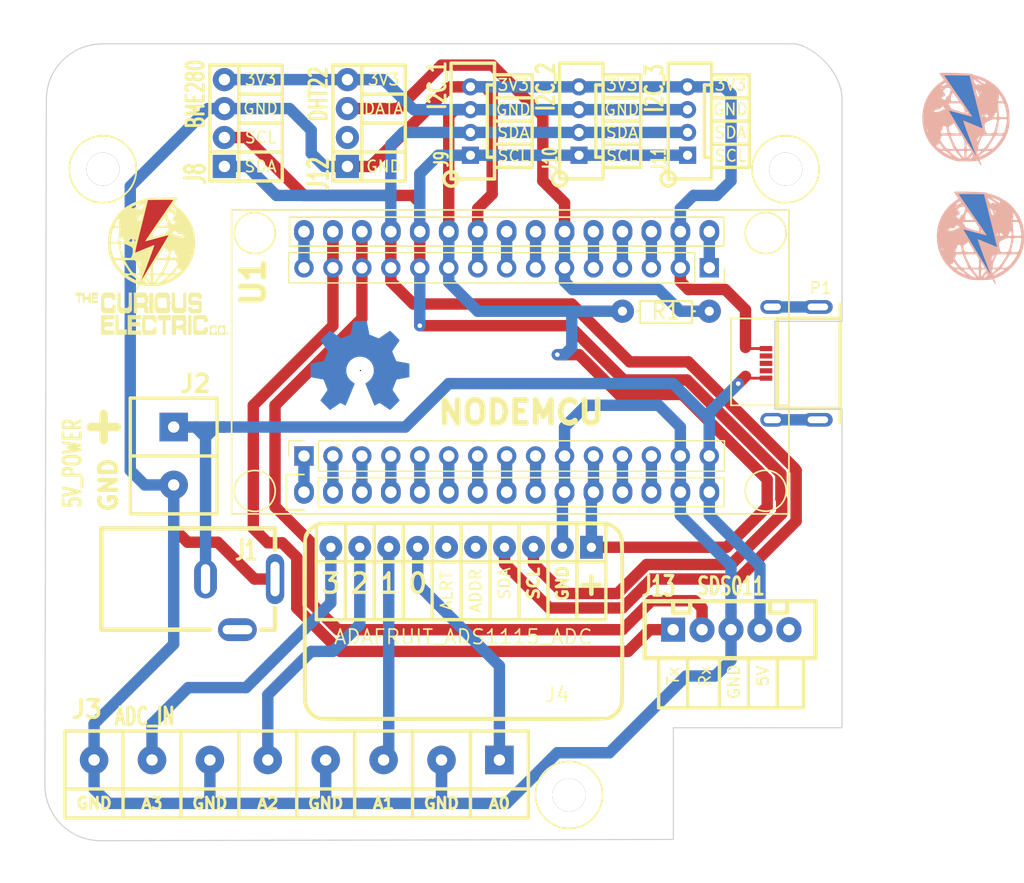
<source format=kicad_pcb>
(kicad_pcb (version 20171130) (host pcbnew "(5.1.0)-1")
  (layers (0 F.Cu signal) (31 B.Cu signal) (34 B.Paste user) (35 F.Paste user) (36 B.SilkS user) (37 F.SilkS user) (38 B.Mask user) (39 F.Mask user) (44 Edge.Cuts user))
  (net 0 "")
  (net 1 GND)
  (net 2 +5V)
  (net 3 /A3)
  (net 4 /A2)
  (net 5 /A1)
  (net 6 /A0)
  (net 7 /PWR_3V3)
  (net 8 /BME280_SCL)
  (net 9 /BME280_SDA)
  (net 10 /ADDR)
  (net 11 /ALRT)
  (net 12 /DHT22)
  (net 13 "Net-(J12-Pad2)")
  (net 14 "Net-(J13-Pad5)")
  (net 15 "Net-(P1-Pad2)")
  (net 16 "Net-(P1-Pad3)")
  (net 17 "Net-(P1-Pad4)")
  (net 18 "Net-(P1-Pad6)")
  (net 19 /SDS011_RxD)
  (net 20 /SDS011_TxD)
  (net 21 "Net-(J14-Pad1)")
  (net 22 "Net-(J5-Pad1)")
  (net 23 "Net-(J14-Pad2)")
  (net 24 "Net-(J14-Pad3)")
  (net 25 "Net-(J14-Pad4)")
  (net 26 "Net-(J14-Pad5)")
  (net 27 "Net-(J14-Pad6)")
  (net 28 "Net-(J14-Pad7)")
  (net 29 "Net-(J14-Pad8)")
  (net 30 "Net-(J14-Pad9)")
  (net 31 "Net-(J14-Pad12)")
  (net 32 "Net-(J14-Pad13)")
  (net 33 "Net-(J15-Pad15)")
  (net 34 "Net-(J15-Pad8)")
  (net 35 "Net-(J15-Pad7)")
  (net 36 "Net-(J15-Pad5)")
  (net 37 "Net-(J15-Pad4)")
  (net 38 "Net-(J15-Pad3)")
  (net 39 "Net-(J15-Pad1)")
  (module REInnovationFootprint:NodeMCU_Amica_R2_FSILK (layer F.Cu) (at 128.27 99.06 90)
    (fp_text reference U1 (at 18.415 -4.445 90) (layer F.SilkS) (effects (font (size 2 2) (thickness 0.5))))
    (fp_text value NODEMCU (at 6.985 19.05 180) (layer F.SilkS) (effects (font (size 2 2) (thickness 0.5))))
    (pad 29 thru_hole oval (at 22.86 2.54 90) (size 2.032 1.7272) (drill 1.016) (layers *.Cu *.Mask) (net 20 /SDS011_TxD))
    (pad 27 thru_hole oval (at 22.86 7.62 90) (size 2.032 1.7272) (drill 1.016) (layers *.Cu *.Mask) (net 9 /BME280_SDA))
    (pad 28 thru_hole oval (at 22.86 5.08 90) (size 2.032 1.7272) (drill 1.016) (layers *.Cu *.Mask) (net 19 /SDS011_RxD))
    (pad 20 thru_hole oval (at 22.86 25.4 90) (size 2.032 1.7272) (drill 1.016) (layers *.Cu *.Mask) (net 36 "Net-(J15-Pad5)"))
    (pad 21 thru_hole oval (at 22.86 22.86 90) (size 2.032 1.7272) (drill 1.016) (layers *.Cu *.Mask) (net 12 /DHT22))
    (pad 23 thru_hole oval (at 22.86 17.78 90) (size 2.032 1.7272) (drill 1.016) (layers *.Cu *.Mask) (net 34 "Net-(J15-Pad8)"))
    (pad 22 thru_hole oval (at 22.86 20.32 90) (size 2.032 1.7272) (drill 1.016) (layers *.Cu *.Mask) (net 35 "Net-(J15-Pad7)"))
    (pad 16 thru_hole oval (at 22.86 35.56 90) (size 2.032 1.7272) (drill 1.016) (layers *.Cu *.Mask) (net 39 "Net-(J15-Pad1)"))
    (pad 24 thru_hole oval (at 22.86 15.24 90) (size 2.032 1.7272) (drill 1.016) (layers *.Cu *.Mask) (net 1 GND))
    (pad 26 thru_hole oval (at 22.86 10.16 90) (size 2.032 1.7272) (drill 1.016) (layers *.Cu *.Mask) (net 8 /BME280_SCL))
    (pad 25 thru_hole oval (at 22.86 12.7 90) (size 2.032 1.7272) (drill 1.016) (layers *.Cu *.Mask) (net 7 /PWR_3V3))
    (pad 19 thru_hole oval (at 22.86 27.94 90) (size 2.032 1.7272) (drill 1.016) (layers *.Cu *.Mask) (net 37 "Net-(J15-Pad4)"))
    (pad 17 thru_hole oval (at 22.86 33.02 90) (size 2.032 1.7272) (drill 1.016) (layers *.Cu *.Mask) (net 1 GND))
    (pad 18 thru_hole oval (at 22.86 30.48 90) (size 2.032 1.7272) (drill 1.016) (layers *.Cu *.Mask) (net 38 "Net-(J15-Pad3)"))
    (pad 30 thru_hole oval (at 22.86 0 90) (size 2.032 1.7272) (drill 1.016) (layers *.Cu *.Mask) (net 33 "Net-(J15-Pad15)"))
    (pad 15 thru_hole oval (at 0 35.56 90) (size 2.032 1.7272) (drill 1.016) (layers *.Cu *.Mask) (net 2 +5V))
    (pad 14 thru_hole oval (at 0 33.02 90) (size 2.032 1.7272) (drill 1.016) (layers *.Cu *.Mask) (net 1 GND))
    (pad 13 thru_hole oval (at 0 30.48 90) (size 2.032 1.7272) (drill 1.016) (layers *.Cu *.Mask) (net 32 "Net-(J14-Pad13)"))
    (pad 12 thru_hole oval (at 0 27.94 90) (size 2.032 1.7272) (drill 1.016) (layers *.Cu *.Mask) (net 31 "Net-(J14-Pad12)"))
    (pad 11 thru_hole oval (at 0 25.4 90) (size 2.032 1.7272) (drill 1.016) (layers *.Cu *.Mask) (net 7 /PWR_3V3))
    (pad 10 thru_hole oval (at 0 22.86 90) (size 2.032 1.7272) (drill 1.016) (layers *.Cu *.Mask) (net 1 GND))
    (pad 9 thru_hole oval (at 0 20.32 90) (size 2.032 1.7272) (drill 1.016) (layers *.Cu *.Mask) (net 30 "Net-(J14-Pad9)"))
    (pad 8 thru_hole oval (at 0 17.78 90) (size 2.032 1.7272) (drill 1.016) (layers *.Cu *.Mask) (net 29 "Net-(J14-Pad8)"))
    (pad 7 thru_hole oval (at 0 15.24 90) (size 2.032 1.7272) (drill 1.016) (layers *.Cu *.Mask) (net 28 "Net-(J14-Pad7)"))
    (pad 6 thru_hole oval (at 0 12.7 90) (size 2.032 1.7272) (drill 1.016) (layers *.Cu *.Mask) (net 27 "Net-(J14-Pad6)"))
    (pad 5 thru_hole oval (at 0 10.16 90) (size 2.032 1.7272) (drill 1.016) (layers *.Cu *.Mask) (net 26 "Net-(J14-Pad5)"))
    (pad 4 thru_hole oval (at 0 7.62 90) (size 2.032 1.7272) (drill 1.016) (layers *.Cu *.Mask) (net 25 "Net-(J14-Pad4)"))
    (pad 3 thru_hole oval (at 0 5.08 90) (size 2.032 1.7272) (drill 1.016) (layers *.Cu *.Mask) (net 24 "Net-(J14-Pad3)"))
    (pad 2 thru_hole oval (at 0 2.54 90) (size 2.032 1.7272) (drill 1.016) (layers *.Cu *.Mask) (net 23 "Net-(J14-Pad2)"))
    (pad 1 thru_hole oval (at 0 0 90) (size 2.032 1.7272) (drill 1.016) (layers *.Cu *.Mask) (net 21 "Net-(J14-Pad1)"))
  )
  (module REInnovationFootprint:USB_Micro-B_MOLEX_47642-0001 (layer F.Cu) (at 175.305 92.71 90)
    (fp_text reference P1 (at 11.557 -1.696 180) (layer F.SilkS))
    (fp_text value 5V_USB_Micro hide)
    (pad 6 thru_hole oval (at 9.9 -1.95 180) (size 2.6 1.2) (drill oval 1.8 0.6) (layers *.Cu *.Mask) (net 18 "Net-(P1-Pad6)"))
    (pad 6 thru_hole oval (at 0 -1.95 180) (size 2.6 1.2) (drill oval 1.8 0.6) (layers *.Cu *.Mask) (net 18 "Net-(P1-Pad6)"))
    (pad 6 thru_hole oval (at 9.9 -5.95 180) (size 2.1 1.2) (drill oval 1.5 0.6) (layers *.Cu *.Mask) (net 18 "Net-(P1-Pad6)"))
    (pad 6 thru_hole oval (at 0 -5.95 180) (size 2.1 1.2) (drill oval 1.5 0.6) (layers *.Cu *.Mask) (net 18 "Net-(P1-Pad6)"))
    (pad 5 smd rect (at 6.25 -6.5 180) (size 1.1 0.45) (layers F.Cu F.Paste F.Mask) (net 1 GND))
    (pad 4 smd rect (at 5.6 -6.5 180) (size 1.1 0.45) (layers F.Cu F.Paste F.Mask) (net 17 "Net-(P1-Pad4)"))
    (pad 3 smd rect (at 4.95 -6.5 180) (size 1.1 0.45) (layers F.Cu F.Paste F.Mask) (net 16 "Net-(P1-Pad3)"))
    (pad 2 smd rect (at 4.3 -6.5 180) (size 1.1 0.45) (layers F.Cu F.Paste F.Mask) (net 15 "Net-(P1-Pad2)"))
    (pad 1 smd rect (at 3.65 -6.5 180) (size 1.1 0.45) (layers F.Cu F.Paste F.Mask) (net 2 +5V))
  )
  (module REInnovationFootprint:SIL-2_screw_terminal (layer F.Cu) (at 116.84 93.345 270)
    (fp_text reference J2 (at -3.81 -1.905) (layer F.SilkS) (effects (font (size 1.524 1.524) (thickness 0.3048))))
    (fp_text value 5V_POWER (at 3.175 8.89 270) (layer F.SilkS) (effects (font (size 1.524 1.016) (thickness 0.254))))
    (fp_text user + (at 0 6.35 270) (layer F.SilkS) (effects (font (size 3 3) (thickness 0.75))))
    (fp_text user GND (at 5.08 5.715 90) (layer F.SilkS) (effects (font (size 1.5 1.5) (thickness 0.375))))
    (pad 2 thru_hole circle (at 5.08 0 270) (size 2.49936 2.49936) (drill 1.00076) (layers *.Cu *.Mask) (net 1 GND))
    (pad 1 thru_hole rect (at 0 0 270) (size 2.49936 2.49936) (drill 1.00076) (layers *.Cu *.Mask) (net 2 +5V))
  )
  (module REInnovationFootprint:DC_Power_2_1 (layer F.Cu) (at 125.73 106.68 270)
    (fp_text reference J1 (at -2.54 2.54) (layer F.SilkS) (effects (font (size 1.72974 1.08712) (thickness 0.27178))))
    (fp_text value 5V_DC_JACK hide)
    (pad 3 thru_hole oval (at 4.445 3.302 270) (size 1.99898 3.40106) (drill oval 0.8001 2.60096) (layers *.Cu *.Mask))
    (pad 1 thru_hole oval (at 0 6.096 270) (size 3.40106 1.99898) (drill oval 2.60096 0.8001) (layers *.Cu *.Mask) (net 2 +5V))
    (pad 2 thru_hole oval (at 0 0 270) (size 4.39928 1.6002) (drill oval 3.04038 0.8001) (layers *.Cu *.Mask) (net 1 GND))
  )
  (module REInnovationFootprint:OSHW_logo_small_back (layer F.Cu) (at 133.223 88.011)
    (fp_text reference J6 hide)
    (fp_text value LOGO_OSW hide)
    (fp_poly (pts (xy 4.29768 -0.20066) (xy 4.29768 0.35814) (xy 4.29768 0.4445) (xy 4.29768 0.52324) (xy 4.29768 0.59182) (xy 4.29768 0.65278) (xy 4.29768 0.70612) (xy 4.29768 0.75438) (xy 4.29768 0.79502) (xy 4.29768 0.83058) (xy 4.29514 0.85852) (xy 4.29514 0.88138) (xy 4.29514 0.89916) (xy 4.29514 0.9144) (xy 4.2926 0.92456) (xy 4.2926 0.92964) (xy 4.2926 0.93218) (xy 4.2799 0.94996) (xy 4.26212 0.96266) (xy 4.2418 0.97028) (xy 4.23418 0.97282) (xy 4.21894 0.97536) (xy 4.19608 0.9779) (xy 4.1656 0.98552) (xy 4.13004 0.9906) (xy 4.08686 1.00076) (xy 4.0386 1.00838) (xy 3.9878 1.01854) (xy 3.92938 1.0287) (xy 3.87096 1.0414) (xy 3.80746 1.05156) (xy 3.74142 1.06426) (xy 3.71094 1.06934) (xy 3.6322 1.08458) (xy 3.56108 1.09728) (xy 3.49758 1.10998) (xy 3.4417 1.12014) (xy 3.39344 1.1303) (xy 3.35026 1.13792) (xy 3.31216 1.14554) (xy 3.28168 1.15062) (xy 3.25628 1.1557) (xy 3.23342 1.16078) (xy 3.21564 1.16586) (xy 3.20294 1.17094) (xy 3.19024 1.17348) (xy 3.18262 1.17602) (xy 3.17754 1.1811) (xy 3.17246 1.18364) (xy 3.16738 1.18618) (xy 3.16484 1.19126) (xy 3.1623 1.1938) (xy 3.1623 1.19634) (xy 3.15976 1.20142) (xy 3.15468 1.21412) (xy 3.14452 1.23698) (xy 3.13436 1.26238) (xy 3.12166 1.2954) (xy 3.10388 1.3335) (xy 3.0861 1.37922) (xy 3.06832 1.42494) (xy 3.048 1.47828) (xy 3.02514 1.53162) (xy 3.00228 1.59004) (xy 2.98958 1.62306) (xy 2.96164 1.69164) (xy 2.93624 1.75514) (xy 2.91338 1.80848) (xy 2.8956 1.85674) (xy 2.87782 1.89992) (xy 2.86512 1.93548) (xy 2.85242 1.96596) (xy 2.84226 1.99136) (xy 2.83718 2.01168) (xy 2.82956 2.02946) (xy 2.82702 2.0447) (xy 2.82448 2.05486) (xy 2.82194 2.06502) (xy 2.82194 2.07264) (xy 2.82194 2.07772) (xy 2.82448 2.0828) (xy 2.82702 2.08788) (xy 2.82702 2.09296) (xy 2.82956 2.09804) (xy 2.83972 2.11074) (xy 2.85242 2.12852) (xy 2.86766 2.15392) (xy 2.88798 2.1844) (xy 2.91084 2.21996) (xy 2.93878 2.25806) (xy 2.96926 2.30124) (xy 2.99974 2.3495) (xy 3.0353 2.4003) (xy 3.07086 2.45364) (xy 3.10896 2.50698) (xy 3.12674 2.53492) (xy 3.16484 2.5908) (xy 3.20294 2.64414) (xy 3.2385 2.69748) (xy 3.27152 2.74574) (xy 3.302 2.79146) (xy 3.32994 2.8321) (xy 3.35534 2.86766) (xy 3.3782 2.90068) (xy 3.39598 2.92862) (xy 3.41122 2.94894) (xy 3.42138 2.96418) (xy 3.42646 2.9718) (xy 3.42646 2.97434) (xy 3.43154 2.99212) (xy 3.429 3.01244) (xy 3.42646 3.02006) (xy 3.42392 3.02514) (xy 3.41376 3.03784) (xy 3.39598 3.05308) (xy 3.37566 3.07594) (xy 3.35026 3.10388) (xy 3.31724 3.13436) (xy 3.28168 3.17246) (xy 3.24104 3.2131) (xy 3.19786 3.25628) (xy 3.1496 3.30454) (xy 3.0988 3.35534) (xy 3.04546 3.40868) (xy 3.0226 3.43154) (xy 2.96418 3.48996) (xy 2.91084 3.5433) (xy 2.86258 3.59156) (xy 2.82194 3.6322) (xy 2.78384 3.6703) (xy 2.75082 3.70078) (xy 2.72288 3.72872) (xy 2.70002 3.75412) (xy 2.67716 3.7719) (xy 2.65938 3.78968) (xy 2.64668 3.80238) (xy 2.63398 3.81254) (xy 2.62382 3.82016) (xy 2.6162 3.82524) (xy 2.60858 3.83032) (xy 2.6035 3.83032) (xy 2.59842 3.83286) (xy 2.59334 3.83032) (xy 2.58826 3.83032) (xy 2.58572 3.82778) (xy 2.58318 3.82778) (xy 2.5781 3.82524) (xy 2.5654 3.81762) (xy 2.54508 3.80492) (xy 2.52222 3.78968) (xy 2.49174 3.76936) (xy 2.45618 3.74396) (xy 2.41554 3.71856) (xy 2.37236 3.69062) (xy 2.32664 3.6576) (xy 2.27838 3.62458) (xy 2.22758 3.58902) (xy 2.18948 3.56362) (xy 2.11836 3.51536) (xy 2.0574 3.47218) (xy 2.00152 3.43408) (xy 1.95072 3.39852) (xy 1.90754 3.37058) (xy 1.86944 3.34264) (xy 1.83388 3.31978) (xy 1.80594 3.302) (xy 1.78308 3.28422) (xy 1.76276 3.27152) (xy 1.74498 3.25882) (xy 1.73228 3.2512) (xy 1.71958 3.24358) (xy 1.71196 3.2385) (xy 1.70434 3.23596) (xy 1.69926 3.23342) (xy 1.69672 3.23342) (xy 1.69418 3.23342) (xy 1.69164 3.23342) (xy 1.68656 3.23342) (xy 1.68402 3.23342) (xy 1.68148 3.23342) (xy 1.6764 3.23342) (xy 1.66878 3.23342) (xy 1.6637 3.23596) (xy 1.65354 3.2385) (xy 1.64592 3.24104) (xy 1.63068 3.24866) (xy 1.61544 3.25628) (xy 1.59258 3.26644) (xy 1.56718 3.28168) (xy 1.5367 3.29692) (xy 1.49606 3.31724) (xy 1.4605 3.33756) (xy 1.41224 3.36296) (xy 1.37414 3.38328) (xy 1.33858 3.40106) (xy 1.31318 3.4163) (xy 1.29032 3.42646) (xy 1.27254 3.43408) (xy 1.2573 3.43916) (xy 1.24714 3.4417) (xy 1.23952 3.4417) (xy 1.2319 3.4417) (xy 1.22682 3.43662) (xy 1.22174 3.43408) (xy 1.2192 3.429) (xy 1.21666 3.42392) (xy 1.20904 3.41122) (xy 1.20142 3.3909) (xy 1.18872 3.36296) (xy 1.17348 3.32994) (xy 1.15824 3.2893) (xy 1.13792 3.24358) (xy 1.1176 3.19278) (xy 1.0922 3.1369) (xy 1.06934 3.07848) (xy 1.0414 3.01498) (xy 1.01346 2.9464) (xy 0.98552 2.87782) (xy 0.95504 2.8067) (xy 0.92456 2.73304) (xy 0.89408 2.65684) (xy 0.86106 2.58064) (xy 0.83058 2.50444) (xy 0.79756 2.4257) (xy 0.76454 2.3495) (xy 0.73406 2.2733) (xy 0.70358 2.19964) (xy 0.6731 2.12598) (xy 0.64516 2.05486) (xy 0.61722 1.98882) (xy 0.58928 1.92278) (xy 0.56388 1.86182) (xy 0.54102 1.8034) (xy 0.5207 1.7526) (xy 0.50038 1.70434) (xy 0.4826 1.66116) (xy 0.46736 1.62306) (xy 0.4572 1.59258) (xy 0.44704 1.56972) (xy 0.43942 1.55448) (xy 0.43688 1.54432) (xy 0.43688 1.53162) (xy 0.43942 1.52146) (xy 0.44704 1.50876) (xy 0.4572 1.4986) (xy 0.47498 1.48336) (xy 0.50038 1.46812) (xy 0.5207 1.45288) (xy 0.54356 1.43764) (xy 0.56896 1.4224) (xy 0.58928 1.40716) (xy 0.60706 1.39446) (xy 0.61468 1.39192) (xy 0.62992 1.37922) (xy 0.6477 1.36398) (xy 0.67056 1.34874) (xy 0.69342 1.33096) (xy 0.6985 1.32842) (xy 0.75184 1.28524) (xy 0.80518 1.23698) (xy 0.85598 1.1811) (xy 0.90678 1.12522) (xy 0.94996 1.0668) (xy 0.9779 1.0287) (xy 1.0287 0.9398) (xy 1.07188 0.84836) (xy 1.10744 0.75438) (xy 1.13792 0.65786) (xy 1.1557 0.5588) (xy 1.1684 0.45974) (xy 1.17094 0.35814) (xy 1.16586 0.25908) (xy 1.15316 0.16002) (xy 1.13284 0.06096) (xy 1.10236 -0.03556) (xy 1.08966 -0.07112) (xy 1.04648 -0.16764) (xy 0.99568 -0.25908) (xy 0.9398 -0.34544) (xy 0.8763 -0.42418) (xy 0.80518 -0.49784) (xy 0.72898 -0.56642) (xy 0.64516 -0.62738) (xy 0.5588 -0.68326) (xy 0.49784 -0.71374) (xy 0.4064 -0.75438) (xy 0.3175 -0.7874) (xy 0.2286 -0.81026) (xy 0.13462 -0.8255) (xy 0.04064 -0.83566) (xy -0.03556 -0.8382) (xy -0.08128 -0.83566) (xy -0.12192 -0.83566) (xy -0.15748 -0.83312) (xy -0.19304 -0.82804) (xy -0.23368 -0.82296) (xy -0.26162 -0.81788) (xy -0.3556 -0.79502) (xy -0.44958 -0.76454) (xy -0.54102 -0.72644) (xy -0.62992 -0.68326) (xy -0.71374 -0.62992) (xy -0.79248 -0.5715) (xy -0.86868 -0.508) (xy -0.92964 -0.4445) (xy -0.99568 -0.36322) (xy -1.05664 -0.2794) (xy -1.10744 -0.1905) (xy -1.15062 -0.09652) (xy -1.18618 0) (xy -1.21412 0.1016) (xy -1.23444 0.20828) (xy -1.23698 0.22352) (xy -1.23952 0.25146) (xy -1.24206 0.28448) (xy -1.24206 0.32258) (xy -1.24206 0.36322) (xy -1.24206 0.4064) (xy -1.23952 0.44704) (xy -1.23698 0.4826) (xy -1.23444 0.51562) (xy -1.23444 0.52578) (xy -1.21666 0.62992) (xy -1.18872 0.73152) (xy -1.15316 0.82804) (xy -1.10998 0.92202) (xy -1.05918 1.01092) (xy -0.99822 1.09982) (xy -0.98806 1.11506) (xy -0.96012 1.14808) (xy -0.9271 1.18364) (xy -0.89154 1.2192) (xy -0.85344 1.2573) (xy -0.81788 1.29032) (xy -0.78232 1.31826) (xy -0.76962 1.32842) (xy -0.7493 1.34366) (xy -0.72644 1.36144) (xy -0.70358 1.37668) (xy -0.68834 1.38938) (xy -0.6858 1.39192) (xy -0.67056 1.40208) (xy -0.65024 1.41478) (xy -0.62738 1.43002) (xy -0.60452 1.44526) (xy -0.59182 1.45288) (xy -0.56388 1.4732) (xy -0.54102 1.48844) (xy -0.52578 1.50114) (xy -0.51562 1.51384) (xy -0.51054 1.524) (xy -0.508 1.53416) (xy -0.508 1.54432) (xy -0.51054 1.5494) (xy -0.51562 1.56464) (xy -0.52578 1.58496) (xy -0.53594 1.6129) (xy -0.54864 1.64846) (xy -0.56642 1.6891) (xy -0.5842 1.73482) (xy -0.60452 1.78562) (xy -0.62738 1.8415) (xy -0.65278 1.90246) (xy -0.67818 1.96596) (xy -0.70612 2.032) (xy -0.7366 2.10312) (xy -0.76454 2.17424) (xy -0.79502 2.2479) (xy -0.82804 2.3241) (xy -0.85852 2.4003) (xy -0.89154 2.4765) (xy -0.92202 2.55524) (xy -0.95504 2.63144) (xy -0.98552 2.70764) (xy -1.016 2.7813) (xy -1.04648 2.85496) (xy -1.07696 2.92354) (xy -1.1049 2.99212) (xy -1.1303 3.05562) (xy -1.15824 3.11658) (xy -1.1811 3.175) (xy -1.20396 3.2258) (xy -1.22174 3.27406) (xy -1.24206 3.31724) (xy -1.2573 3.3528) (xy -1.27 3.38328) (xy -1.28016 3.40614) (xy -1.28524 3.42138) (xy -1.29032 3.429) (xy -1.2954 3.43408) (xy -1.30048 3.43916) (xy -1.30556 3.4417) (xy -1.31318 3.4417) (xy -1.32334 3.4417) (xy -1.3335 3.43662) (xy -1.34874 3.43154) (xy -1.36906 3.42138) (xy -1.39446 3.41122) (xy -1.4224 3.39598) (xy -1.45796 3.37566) (xy -1.50114 3.3528) (xy -1.53162 3.33756) (xy -1.57734 3.3147) (xy -1.6129 3.29438) (xy -1.64592 3.2766) (xy -1.66878 3.2639) (xy -1.6891 3.25374) (xy -1.70688 3.24612) (xy -1.71958 3.24104) (xy -1.7272 3.2385) (xy -1.73482 3.23596) (xy -1.74244 3.23342) (xy -1.74752 3.23342) (xy -1.7526 3.23342) (xy -1.75768 3.23342) (xy -1.76022 3.23342) (xy -1.76276 3.23342) (xy -1.7653 3.23342) (xy -1.76784 3.23342) (xy -1.77292 3.23342) (xy -1.778 3.23596) (xy -1.78562 3.24104) (xy -1.79578 3.24612) (xy -1.80594 3.25374) (xy -1.82118 3.26136) (xy -1.83896 3.27406) (xy -1.86182 3.2893) (xy -1.88722 3.30708) (xy -1.9177 3.3274) (xy -1.95326 3.3528) (xy -1.9939 3.38074) (xy -2.03962 3.41122) (xy -2.09296 3.44678) (xy -2.15138 3.48996) (xy -2.21488 3.53314) (xy -2.26822 3.5687) (xy -2.31902 3.60426) (xy -2.36982 3.63728) (xy -2.41554 3.6703) (xy -2.45872 3.69824) (xy -2.49936 3.72618) (xy -2.53492 3.74904) (xy -2.56286 3.7719) (xy -2.58826 3.78714) (xy -2.60858 3.79984) (xy -2.61874 3.80746) (xy -2.62382 3.81254) (xy -2.64668 3.82524) (xy -2.667 3.83032) (xy -2.68732 3.83032) (xy -2.6924 3.82778) (xy -2.70256 3.81762) (xy -2.72034 3.80238) (xy -2.7432 3.77952) (xy -2.77114 3.75158) (xy -2.8067 3.71856) (xy -2.84734 3.67792) (xy -2.8956 3.62966) (xy -2.94894 3.57886) (xy -3.00736 3.5179) (xy -3.0734 3.45186) (xy -3.0988 3.42646) (xy -3.15722 3.36804) (xy -3.21056 3.3147) (xy -3.25882 3.26644) (xy -3.29946 3.2258) (xy -3.33756 3.1877) (xy -3.37058 3.15722) (xy -3.39598 3.12674) (xy -3.42138 3.10388) (xy -3.4417 3.08356) (xy -3.45694 3.06578) (xy -3.46964 3.05308) (xy -3.4798 3.04038) (xy -3.48996 3.03022) (xy -3.49504 3.0226) (xy -3.49758 3.01752) (xy -3.50012 3.01498) (xy -3.50266 3.0099) (xy -3.5052 2.99466) (xy -3.50266 2.98196) (xy -3.50266 2.97942) (xy -3.49758 2.97434) (xy -3.48996 2.96164) (xy -3.4798 2.94386) (xy -3.46202 2.91846) (xy -3.4417 2.89052) (xy -3.41884 2.85496) (xy -3.3909 2.81432) (xy -3.36296 2.77114) (xy -3.32994 2.72288) (xy -3.29438 2.67462) (xy -3.25882 2.62128) (xy -3.22072 2.5654) (xy -3.20294 2.54) (xy -3.16484 2.48412) (xy -3.12928 2.43078) (xy -3.09372 2.37998) (xy -3.0607 2.32918) (xy -3.02768 2.286) (xy -2.99974 2.24282) (xy -2.97434 2.20472) (xy -2.95148 2.1717) (xy -2.9337 2.1463) (xy -2.91846 2.12344) (xy -2.9083 2.1082) (xy -2.90322 2.09804) (xy -2.90068 2.09296) (xy -2.89814 2.08788) (xy -2.8956 2.08026) (xy -2.89306 2.07518) (xy -2.89306 2.06756) (xy -2.8956 2.0574) (xy -2.89814 2.04724) (xy -2.90068 2.03454) (xy -2.90576 2.01676) (xy -2.91338 1.99644) (xy -2.92354 1.97104) (xy -2.9337 1.94056) (xy -2.94894 1.905) (xy -2.96418 1.86436) (xy -2.98196 1.81864) (xy -3.00482 1.76276) (xy -3.02768 1.7018) (xy -3.05562 1.63322) (xy -3.0607 1.62306) (xy -3.08356 1.56464) (xy -3.10642 1.50876) (xy -3.12928 1.45542) (xy -3.14706 1.40462) (xy -3.16738 1.3589) (xy -3.18262 1.31826) (xy -3.19786 1.28016) (xy -3.21056 1.24968) (xy -3.22072 1.22682) (xy -3.22834 1.20904) (xy -3.23342 1.19888) (xy -3.23342 1.19634) (xy -3.23596 1.19126) (xy -3.2385 1.18872) (xy -3.24104 1.18618) (xy -3.24612 1.1811) (xy -3.2512 1.17856) (xy -3.25882 1.17602) (xy -3.26898 1.17094) (xy -3.28168 1.1684) (xy -3.29692 1.16332) (xy -3.31724 1.15824) (xy -3.34264 1.15316) (xy -3.37058 1.14808) (xy -3.40614 1.14046) (xy -3.44678 1.13284) (xy -3.4925 1.12522) (xy -3.54584 1.11506) (xy -3.60426 1.10236) (xy -3.67284 1.08966) (xy -3.74904 1.07696) (xy -3.7846 1.06934) (xy -3.85064 1.05664) (xy -3.91414 1.04648) (xy -3.97764 1.03378) (xy -4.03606 1.02362) (xy -4.0894 1.01346) (xy -4.1402 1.0033) (xy -4.18592 0.99568) (xy -4.22402 0.98806) (xy -4.25704 0.98044) (xy -4.28244 0.97536) (xy -4.30276 0.97282) (xy -4.31292 0.97028) (xy -4.31546 0.97028) (xy -4.33578 0.96012) (xy -4.35356 0.94488) (xy -4.36626 0.9271) (xy -4.36626 0.92202) (xy -4.3688 0.9144) (xy -4.3688 0.9017) (xy -4.3688 0.88138) (xy -4.37134 0.85598) (xy -4.37134 0.82042) (xy -4.37134 0.77724) (xy -4.37134 0.72644) (xy -4.37134 0.67056) (xy -4.37134 0.60198) (xy -4.37134 0.52832) (xy -4.37134 0.4445) (xy -4.37134 0.35306) (xy -4.37134 0.35052) (xy -4.3688 -0.20066) (xy -4.3561 -0.21844) (xy -4.34594 -0.2286) (xy -4.33578 -0.23622) (xy -4.33324 -0.23876) (xy -4.32562 -0.2413) (xy -4.31292 -0.24384) (xy -4.29006 -0.24638) (xy -4.26212 -0.254) (xy -4.22656 -0.25908) (xy -4.18338 -0.2667) (xy -4.13766 -0.27686) (xy -4.08432 -0.28702) (xy -4.02844 -0.29718) (xy -3.96748 -0.30988) (xy -3.90398 -0.32004) (xy -3.83794 -0.33274) (xy -3.78714 -0.3429) (xy -3.70332 -0.35814) (xy -3.62204 -0.37338) (xy -3.55092 -0.38608) (xy -3.48488 -0.39878) (xy -3.42646 -0.41148) (xy -3.37566 -0.4191) (xy -3.33248 -0.42926) (xy -3.29692 -0.43688) (xy -3.26898 -0.44196) (xy -3.2512 -0.44704) (xy -3.2385 -0.44958) (xy -3.22326 -0.45974) (xy -3.21056 -0.47244) (xy -3.20802 -0.47498) (xy -3.20548 -0.4826) (xy -3.19786 -0.49784) (xy -3.1877 -0.51816) (xy -3.175 -0.5461) (xy -3.15976 -0.57912) (xy -3.14452 -0.61468) (xy -3.12674 -0.65786) (xy -3.10642 -0.70104) (xy -3.0861 -0.7493) (xy -3.06578 -0.79756) (xy -3.04546 -0.84836) (xy -3.0226 -0.89916) (xy -3.00228 -0.94742) (xy -2.97942 -0.99822) (xy -2.9591 -1.04648) (xy -2.94132 -1.08966) (xy -2.92354 -1.13284) (xy -2.9083 -1.17094) (xy -2.89306 -1.20396) (xy -2.8829 -1.23444) (xy -2.87274 -1.25476) (xy -2.86766 -1.27254) (xy -2.86258 -1.28016) (xy -2.86258 -1.29794) (xy -2.86766 -1.31318) (xy -2.86766 -1.31572) (xy -2.8702 -1.3208) (xy -2.87782 -1.3335) (xy -2.89052 -1.35382) (xy -2.9083 -1.37922) (xy -2.92862 -1.4097) (xy -2.95148 -1.44526) (xy -2.97942 -1.4859) (xy -3.0099 -1.52908) (xy -3.04292 -1.57734) (xy -3.07594 -1.62814) (xy -3.11404 -1.68148) (xy -3.15214 -1.7399) (xy -3.18262 -1.78308) (xy -3.22072 -1.8415) (xy -3.25882 -1.89738) (xy -3.29692 -1.95072) (xy -3.32994 -2.00152) (xy -3.36296 -2.04724) (xy -3.39344 -2.09042) (xy -3.41884 -2.12852) (xy -3.4417 -2.16408) (xy -3.46202 -2.19202) (xy -3.47726 -2.21742) (xy -3.48996 -2.2352) (xy -3.49758 -2.24536) (xy -3.50012 -2.2479) (xy -3.50266 -2.26314) (xy -3.50266 -2.28092) (xy -3.50266 -2.286) (xy -3.50012 -2.28854) (xy -3.50012 -2.29108) (xy -3.49758 -2.29616) (xy -3.4925 -2.30124) (xy -3.48742 -2.30886) (xy -3.4798 -2.31902) (xy -3.46964 -2.32918) (xy -3.45694 -2.34442) (xy -3.4417 -2.35966) (xy -3.42138 -2.37998) (xy -3.39852 -2.40284) (xy -3.37312 -2.43078) (xy -3.3401 -2.46126) (xy -3.30454 -2.49682) (xy -3.2639 -2.53746) (xy -3.21818 -2.58572) (xy -3.16738 -2.63652) (xy -3.10896 -2.69494) (xy -3.10134 -2.70256) (xy -3.04292 -2.76098) (xy -2.98958 -2.81432) (xy -2.94132 -2.86004) (xy -2.90068 -2.90322) (xy -2.86258 -2.93878) (xy -2.82956 -2.9718) (xy -2.80162 -2.99974) (xy -2.77876 -3.0226) (xy -2.75844 -3.04292) (xy -2.74066 -3.05816) (xy -2.72796 -3.07086) (xy -2.71526 -3.08102) (xy -2.70764 -3.08864) (xy -2.70002 -3.09626) (xy -2.69494 -3.0988) (xy -2.68986 -3.10134) (xy -2.68732 -3.10388) (xy -2.68478 -3.10388) (xy -2.66954 -3.10388) (xy -2.6543 -3.10134) (xy -2.64922 -3.0988) (xy -2.63652 -3.09118) (xy -2.6162 -3.07848) (xy -2.59334 -3.06324) (xy -2.56286 -3.04292) (xy -2.5273 -3.01752) (xy -2.48666 -2.99212) (xy -2.44348 -2.96164) (xy -2.39522 -2.92862) (xy -2.34442 -2.89306) (xy -2.29108 -2.8575) (xy -2.23266 -2.8194) (xy -2.18694 -2.78638) (xy -2.12852 -2.74574) (xy -2.07264 -2.70764) (xy -2.0193 -2.67208) (xy -1.9685 -2.63652) (xy -1.92024 -2.6035) (xy -1.87706 -2.57302) (xy -1.83642 -2.54762) (xy -1.80086 -2.52222) (xy -1.77038 -2.5019) (xy -1.74752 -2.48666) (xy -1.72974 -2.47396) (xy -1.71704 -2.46634) (xy -1.71196 -2.4638) (xy -1.70688 -2.45872) (xy -1.7018 -2.45618) (xy -1.69418 -2.45618) (xy -1.6891 -2.45364) (xy -1.68148 -2.45364) (xy -1.67132 -2.45364) (xy -1.65862 -2.45618) (xy -1.64338 -2.46126) (xy -1.6256 -2.46634) (xy -1.60274 -2.47396) (xy -1.57734 -2.48412) (xy -1.54686 -2.49682) (xy -1.50876 -2.51206) (xy -1.46558 -2.52984) (xy -1.41732 -2.55016) (xy -1.36144 -2.57302) (xy -1.29794 -2.59842) (xy -1.26238 -2.61112) (xy -1.18872 -2.6416) (xy -1.12522 -2.66954) (xy -1.0668 -2.6924) (xy -1.01854 -2.71272) (xy -0.9779 -2.7305) (xy -0.94234 -2.74574) (xy -0.9144 -2.75844) (xy -0.89408 -2.7686) (xy -0.87884 -2.77368) (xy -0.87122 -2.77876) (xy -0.86106 -2.79146) (xy -0.85344 -2.8067) (xy -0.8509 -2.80924) (xy -0.8509 -2.81686) (xy -0.84582 -2.8321) (xy -0.84328 -2.85496) (xy -0.83566 -2.88544) (xy -0.83058 -2.921) (xy -0.82042 -2.96418) (xy -0.8128 -3.01244) (xy -0.80264 -3.06578) (xy -0.78994 -3.12166) (xy -0.77978 -3.18262) (xy -0.76708 -3.24866) (xy -0.75438 -3.3147) (xy -0.74422 -3.3782) (xy -0.73152 -3.44678) (xy -0.71882 -3.51282) (xy -0.70612 -3.57632) (xy -0.69342 -3.63728) (xy -0.68326 -3.69316) (xy -0.6731 -3.7465) (xy -0.66548 -3.79222) (xy -0.65786 -3.83286) (xy -0.65024 -3.86842) (xy -0.64516 -3.89636) (xy -0.64008 -3.91922) (xy -0.63754 -3.93192) (xy -0.635 -3.937) (xy -0.62738 -3.94716) (xy -0.61722 -3.95732) (xy -0.61468 -3.95986) (xy -0.59944 -3.97002) (xy -0.03556 -3.97002) (xy 0.52832 -3.97002) (xy 0.54356 -3.95732) (xy 0.55626 -3.94716) (xy 0.56388 -3.937) (xy 0.56642 -3.93446) (xy 0.56642 -3.92684) (xy 0.56896 -3.91414) (xy 0.57404 -3.89128) (xy 0.57912 -3.8608) (xy 0.58674 -3.82524) (xy 0.59436 -3.7846) (xy 0.60452 -3.73634) (xy 0.61468 -3.683) (xy 0.62484 -3.62712) (xy 0.63754 -3.56616) (xy 0.6477 -3.50266) (xy 0.6604 -3.43408) (xy 0.6731 -3.3655) (xy 0.68834 -3.28422) (xy 0.70358 -3.20802) (xy 0.71628 -3.14198) (xy 0.72644 -3.08102) (xy 0.7366 -3.03022) (xy 0.74676 -2.9845) (xy 0.75438 -2.94386) (xy 0.75946 -2.91084) (xy 0.76708 -2.88036) (xy 0.77216 -2.8575) (xy 0.77724 -2.83718) (xy 0.77978 -2.82194) (xy 0.78486 -2.8067) (xy 0.7874 -2.79654) (xy 0.78994 -2.78892) (xy 0.79502 -2.78384) (xy 0.79756 -2.7813) (xy 0.8001 -2.77622) (xy 0.80518 -2.77368) (xy 0.80772 -2.77114) (xy 0.81026 -2.77114) (xy 0.81534 -2.7686) (xy 0.82804 -2.76098) (xy 0.84836 -2.75336) (xy 0.8763 -2.7432) (xy 0.90932 -2.72796) (xy 0.94742 -2.71272) (xy 0.9906 -2.69494) (xy 1.03632 -2.67462) (xy 1.08712 -2.6543) (xy 1.14046 -2.63398) (xy 1.19634 -2.61112) (xy 1.26238 -2.58318) (xy 1.32334 -2.55778) (xy 1.37414 -2.53746) (xy 1.41986 -2.51714) (xy 1.4605 -2.5019) (xy 1.49352 -2.4892) (xy 1.52146 -2.47904) (xy 1.54686 -2.46888) (xy 1.56718 -2.4638) (xy 1.58242 -2.45872) (xy 1.59766 -2.45618) (xy 1.60782 -2.45364) (xy 1.61544 -2.45364) (xy 1.62306 -2.45618) (xy 1.63068 -2.45618) (xy 1.63576 -2.46126) (xy 1.64338 -2.4638) (xy 1.64846 -2.46888) (xy 1.65608 -2.47142) (xy 1.66878 -2.48158) (xy 1.6891 -2.49428) (xy 1.71704 -2.51206) (xy 1.74752 -2.53492) (xy 1.78308 -2.56032) (xy 1.82626 -2.58826) (xy 1.86944 -2.61874) (xy 1.92024 -2.65176) (xy 1.97104 -2.68732) (xy 2.02438 -2.72542) (xy 2.08026 -2.76352) (xy 2.1209 -2.79146) (xy 2.17932 -2.82956) (xy 2.23266 -2.86766) (xy 2.286 -2.90322) (xy 2.3368 -2.93878) (xy 2.38252 -2.96926) (xy 2.4257 -2.99974) (xy 2.46634 -3.02514) (xy 2.49936 -3.048) (xy 2.5273 -3.06578) (xy 2.55016 -3.08356) (xy 2.56794 -3.09372) (xy 2.5781 -3.0988) (xy 2.58318 -3.10134) (xy 2.59588 -3.10388) (xy 2.61112 -3.10388) (xy 2.61366 -3.10388) (xy 2.6162 -3.10134) (xy 2.62128 -3.10134) (xy 2.62636 -3.09626) (xy 2.63144 -3.09118) (xy 2.6416 -3.08356) (xy 2.65176 -3.07594) (xy 2.66446 -3.06324) (xy 2.6797 -3.048) (xy 2.70002 -3.03022) (xy 2.72288 -3.00736) (xy 2.74828 -2.98196) (xy 2.77876 -2.95148) (xy 2.81432 -2.91592) (xy 2.85496 -2.87528) (xy 2.90068 -2.8321) (xy 2.95148 -2.7813) (xy 3.00736 -2.72288) (xy 3.03022 -2.70256) (xy 3.08864 -2.64414) (xy 3.13944 -2.5908) (xy 3.1877 -2.54254) (xy 3.22834 -2.5019) (xy 3.26644 -2.46634) (xy 3.29692 -2.43332) (xy 3.32486 -2.40538) (xy 3.34772 -2.38252) (xy 3.36804 -2.3622) (xy 3.38328 -2.34442) (xy 3.39598 -2.33172) (xy 3.40614 -2.31902) (xy 3.41376 -2.3114) (xy 3.42138 -2.30378) (xy 3.42392 -2.29616) (xy 3.42646 -2.29362) (xy 3.429 -2.28854) (xy 3.43154 -2.286) (xy 3.43154 -2.28346) (xy 3.43154 -2.28092) (xy 3.43154 -2.26314) (xy 3.42646 -2.2479) (xy 3.42392 -2.24282) (xy 3.4163 -2.23012) (xy 3.4036 -2.21234) (xy 3.38582 -2.18694) (xy 3.3655 -2.15646) (xy 3.34264 -2.1209) (xy 3.3147 -2.08026) (xy 3.28422 -2.03708) (xy 3.2512 -1.98882) (xy 3.21818 -1.93802) (xy 3.18008 -1.88468) (xy 3.14198 -1.8288) (xy 3.11404 -1.78816) (xy 3.0734 -1.72974) (xy 3.0353 -1.6764) (xy 2.99974 -1.62306) (xy 2.96672 -1.57226) (xy 2.9337 -1.524) (xy 2.90322 -1.48082) (xy 2.87782 -1.44272) (xy 2.85496 -1.40716) (xy 2.83464 -1.37668) (xy 2.8194 -1.35382) (xy 2.8067 -1.33604) (xy 2.80162 -1.32588) (xy 2.79908 -1.3208) (xy 2.79146 -1.29794) (xy 2.79146 -1.2827) (xy 2.794 -1.27762) (xy 2.79908 -1.26238) (xy 2.8067 -1.24206) (xy 2.8194 -1.21412) (xy 2.8321 -1.1811) (xy 2.84734 -1.143) (xy 2.86512 -1.10236) (xy 2.8829 -1.05918) (xy 2.90322 -1.01092) (xy 2.92354 -0.96266) (xy 2.9464 -0.91186) (xy 2.96672 -0.86106) (xy 2.98704 -0.81026) (xy 3.0099 -0.762) (xy 3.03022 -0.71374) (xy 3.05054 -0.66802) (xy 3.06832 -0.62484) (xy 3.0861 -0.58674) (xy 3.0988 -0.55372) (xy 3.11404 -0.52324) (xy 3.1242 -0.50038) (xy 3.13182 -0.48514) (xy 3.13436 -0.47498) (xy 3.1369 -0.47498) (xy 3.14706 -0.46228) (xy 3.1623 -0.45212) (xy 3.16484 -0.44958) (xy 3.17246 -0.44704) (xy 3.19024 -0.4445) (xy 3.2131 -0.43942) (xy 3.24612 -0.4318) (xy 3.28676 -0.42418) (xy 3.33502 -0.41402) (xy 3.3909 -0.40386) (xy 3.4544 -0.39116) (xy 3.52298 -0.37846) (xy 3.60172 -0.36322) (xy 3.683 -0.34798) (xy 3.7084 -0.3429) (xy 3.77698 -0.3302) (xy 3.84302 -0.32004) (xy 3.90652 -0.30734) (xy 3.96494 -0.29718) (xy 4.02082 -0.28702) (xy 4.07162 -0.27686) (xy 4.11734 -0.2667) (xy 4.15798 -0.25908) (xy 4.191 -0.254) (xy 4.21894 -0.24892) (xy 4.23672 -0.24384) (xy 4.24942 -0.2413) (xy 4.25196 -0.2413) (xy 4.26974 -0.23114) (xy 4.28498 -0.21844) (xy 4.29768 -0.20066)) (layer B.Cu) (width 0.00254))
    (pad "" np_thru_hole circle (at 0 0.381) (size 0.09906 0.09906) (drill 0.762) (layers B.Mask) (clearance 5.00126))
  )
  (module REInnovationFootprint:TH_Resistor_1 (layer F.Cu) (at 160.02 83.185 180)
    (fp_text reference R1 (at 0 0 180) (layer F.SilkS) (effects (font (size 1.397 1.27) (thickness 0.2032))))
    (fp_text value 4k7 hide)
    (pad 2 thru_hole circle (at 3.81 0 180) (size 2.032 2.032) (drill 0.8001) (layers *.Cu *.Mask) (net 7 /PWR_3V3))
    (pad 1 thru_hole circle (at -3.81 0 180) (size 2.032 2.032) (drill 0.8001) (layers *.Cu *.Mask) (net 12 /DHT22))
  )
  (module REInnovationFootprint:SIL_8_Screw_AIO (layer F.Cu) (at 145.415 122.555 180)
    (fp_text reference J3 (at 36.195 4.445) (layer F.SilkS) (effects (font (size 1.524 1.524) (thickness 0.3048))))
    (fp_text value ADC_IN (at 31.115 3.81) (layer F.SilkS) (effects (font (size 1.524 1.016) (thickness 0.254))))
    (fp_text user A0 (at 0 -3.81) (layer F.SilkS) (effects (font (thickness 0.25))))
    (fp_text user A1 (at 10.16 -3.81) (layer F.SilkS) (effects (font (thickness 0.25))))
    (fp_text user A2 (at 20.32 -3.81) (layer F.SilkS) (effects (font (thickness 0.25))))
    (fp_text user GND (at 15.24 -3.81) (layer F.SilkS) (effects (font (thickness 0.25))))
    (fp_text user GND (at 5.08 -3.81) (layer F.SilkS) (effects (font (thickness 0.25))))
    (fp_text user GND (at 25.4 -3.81) (layer F.SilkS) (effects (font (thickness 0.25))))
    (fp_text user A3 (at 30.48 -3.81) (layer F.SilkS) (effects (font (thickness 0.25))))
    (fp_text user GND (at 35.56 -3.81) (layer F.SilkS) (effects (font (thickness 0.25))))
    (pad 3 thru_hole circle (at 10.16 0 180) (size 2.49936 2.49936) (drill 1.00076) (layers *.Cu *.Mask) (net 5 /A1))
    (pad 1 thru_hole rect (at 0 0 180) (size 2.49936 2.49936) (drill 1.00076) (layers *.Cu *.Mask) (net 6 /A0))
    (pad 2 thru_hole circle (at 5.08 0 180) (size 2.49936 2.49936) (drill 1.00076) (layers *.Cu *.Mask) (net 1 GND))
    (pad 4 thru_hole circle (at 15.24 0 180) (size 2.49936 2.49936) (drill 1.00076) (layers *.Cu *.Mask) (net 1 GND))
    (pad 5 thru_hole circle (at 20.32 0 180) (size 2.49936 2.49936) (drill 1.00076) (layers *.Cu *.Mask) (net 4 /A2))
    (pad 7 thru_hole circle (at 30.48 0 180) (size 2.49936 2.49936) (drill 1.00076) (layers *.Cu *.Mask) (net 3 /A3))
    (pad 6 thru_hole circle (at 25.4 0 180) (size 2.49936 2.49936) (drill 1.00076) (layers *.Cu *.Mask) (net 1 GND))
    (pad 8 thru_hole circle (at 35.56 0 180) (size 2.49936 2.49936) (drill 1.00076) (layers *.Cu *.Mask) (net 1 GND))
  )
  (module REInnovationFootprint:ADAFRUIT_ADS1115 (layer F.Cu) (at 146.500006 101.354999 180)
    (fp_text reference J4 (at -3.994994 -15.485001 180) (layer F.SilkS) (effects (font (size 1.27 1.27))))
    (fp_text value ADAFRUIT_ADS1115_ADC (at 4.260006 -10.405001 180) (layer F.SilkS) (effects (font (size 1.27 1.27))))
    (fp_text user 0 (at 8.255 -5.715 180) (layer F.SilkS) (effects (font (size 1.7 1.7) (thickness 0.3))))
    (fp_text user 1 (at 10.795 -5.715 180) (layer F.SilkS) (effects (font (size 1.7 1.7) (thickness 0.3))))
    (fp_text user 2 (at 13.335 -5.715 180) (layer F.SilkS) (effects (font (size 1.7 1.7) (thickness 0.3))))
    (fp_text user 3 (at 15.875 -5.715 180) (layer F.SilkS) (effects (font (size 1.7 1.7) (thickness 0.3))))
    (fp_text user SCL (at -1.905 -5.715 270) (layer F.SilkS) (effects (font (thickness 0.25))))
    (fp_text user GND (at -4.445 -5.715 270) (layer F.SilkS) (effects (font (thickness 0.25))))
    (fp_text user + (at -6.985 -5.715 180) (layer F.SilkS) (effects (font (size 2 2) (thickness 0.4))))
    (fp_text user SDA (at 0.635 -5.715 270) (layer F.SilkS))
    (fp_text user ADDR (at 3.175 -6.35 270) (layer F.SilkS))
    (fp_text user ALRT (at 5.715 -6.35 270) (layer F.SilkS))
    (pad 1 thru_hole rect (at -6.985 -2.54 180) (size 1.99898 1.99898) (drill 0.8128) (layers *.Cu *.Mask) (net 7 /PWR_3V3))
    (pad 2 thru_hole circle (at -4.445 -2.54 180) (size 1.99898 1.99898) (drill 0.8128) (layers *.Cu *.Mask) (net 1 GND))
    (pad 3 thru_hole circle (at -1.905 -2.54 180) (size 1.99898 1.99898) (drill 0.8128) (layers *.Cu *.Mask) (net 8 /BME280_SCL))
    (pad 4 thru_hole circle (at 0.635 -2.54 180) (size 1.99898 1.99898) (drill 0.8128) (layers *.Cu *.Mask) (net 9 /BME280_SDA))
    (pad 5 thru_hole circle (at 3.175 -2.54 180) (size 1.99898 1.99898) (drill 0.8128) (layers *.Cu *.Mask) (net 10 /ADDR))
    (pad 6 thru_hole circle (at 5.715 -2.54 180) (size 1.99898 1.99898) (drill 0.8128) (layers *.Cu *.Mask) (net 11 /ALRT))
    (pad 7 thru_hole circle (at 8.255 -2.54 180) (size 1.99898 1.99898) (drill 0.8128) (layers *.Cu *.Mask) (net 6 /A0))
    (pad 10 thru_hole circle (at 15.875 -2.54 180) (size 1.99898 1.99898) (drill 0.8128) (layers *.Cu *.Mask) (net 3 /A3))
    (pad 9 thru_hole circle (at 13.335 -2.54 180) (size 1.99898 1.99898) (drill 0.8128) (layers *.Cu *.Mask) (net 4 /A2))
    (pad 8 thru_hole circle (at 10.795 -2.54 180) (size 1.99898 1.99898) (drill 0.8128) (layers *.Cu *.Mask) (net 5 /A1))
    (pad "" np_thru_hole circle (at -7.169994 -14.850001 180) (size 3 3) (drill 3) (layers *.Cu *.Mask))
    (pad "" np_thru_hole circle (at 15.590004 -14.850001 180) (size 3 3) (drill 3) (layers *.Cu *.Mask))
  )
  (module REInnovationFootprint:PCB_LuftDaten_70x70 (layer F.Cu) (at 136.525 93.98)
    (fp_text reference J5 hide)
    (fp_text value PCB hide)
    (fp_line (start -25.950306 -34.253158) (end -26.45105 -34.227837) (layer Edge.Cuts) (width 0.1))
    (fp_line (start -26.45105 -34.227837) (end -26.937842 -34.153423) (layer Edge.Cuts) (width 0.1))
    (fp_line (start -26.937842 -34.153423) (end -27.407064 -34.033017) (layer Edge.Cuts) (width 0.1))
    (fp_line (start -27.407064 -34.033017) (end -27.857683 -33.868686) (layer Edge.Cuts) (width 0.1))
    (fp_line (start -27.857683 -33.868686) (end -28.28608 -33.66353) (layer Edge.Cuts) (width 0.1))
    (fp_line (start -28.28608 -33.66353) (end -28.69019 -33.419101) (layer Edge.Cuts) (width 0.1))
    (fp_line (start -28.69019 -33.419101) (end -29.067428 -33.139015) (layer Edge.Cuts) (width 0.1))
    (fp_line (start -29.067428 -33.139015) (end -29.415727 -32.825339) (layer Edge.Cuts) (width 0.1))
    (fp_line (start -29.415727 -32.825339) (end -29.732504 -32.48014) (layer Edge.Cuts) (width 0.1))
    (fp_line (start -29.732504 -32.48014) (end -30.015174 -32.107036) (layer Edge.Cuts) (width 0.1))
    (fp_line (start -30.015174 -32.107036) (end -30.261153 -31.707577) (layer Edge.Cuts) (width 0.1))
    (fp_line (start -30.261153 -31.707577) (end -30.468376 -31.284864) (layer Edge.Cuts) (width 0.1))
    (fp_line (start -30.468376 -31.284864) (end -30.633741 -30.841481) (layer Edge.Cuts) (width 0.1))
    (fp_line (start -30.633741 -30.841481) (end -30.755697 -30.379493) (layer Edge.Cuts) (width 0.1))
    (fp_line (start -30.755697 -30.379493) (end -30.831144 -29.902003) (layer Edge.Cuts) (width 0.1))
    (fp_line (start -30.831144 -29.902003) (end -30.8575 -29.411077) (layer Edge.Cuts) (width 0.1))
    (fp_line (start -30.8575 -29.411077) (end -30.988241 30.773364) (layer Edge.Cuts) (width 0.1))
    (fp_line (start -30.988241 30.773364) (end -30.96292 31.274625) (layer Edge.Cuts) (width 0.1))
    (fp_line (start -30.96292 31.274625) (end -30.888506 31.7609) (layer Edge.Cuts) (width 0.1))
    (fp_line (start -30.888506 31.7609) (end -30.7681 32.230639) (layer Edge.Cuts) (width 0.1))
    (fp_line (start -30.7681 32.230639) (end -30.603252 32.68074) (layer Edge.Cuts) (width 0.1))
    (fp_line (start -30.603252 32.68074) (end -30.397063 33.108622) (layer Edge.Cuts) (width 0.1))
    (fp_line (start -30.397063 33.108622) (end -30.1516 33.512214) (layer Edge.Cuts) (width 0.1))
    (fp_line (start -30.1516 33.512214) (end -29.869447 33.888936) (layer Edge.Cuts) (width 0.1))
    (fp_line (start -29.869447 33.888936) (end -29.553187 34.236202) (layer Edge.Cuts) (width 0.1))
    (fp_line (start -29.553187 34.236202) (end -29.204888 34.551945) (layer Edge.Cuts) (width 0.1))
    (fp_line (start -29.204888 34.551945) (end -28.82765 34.832546) (layer Edge.Cuts) (width 0.1))
    (fp_line (start -28.82765 34.832546) (end -28.424057 35.076976) (layer Edge.Cuts) (width 0.1))
    (fp_line (start -28.424057 35.076976) (end -27.995659 35.281615) (layer Edge.Cuts) (width 0.1))
    (fp_line (start -27.995659 35.281615) (end -27.545041 35.444395) (layer Edge.Cuts) (width 0.1))
    (fp_line (start -27.545041 35.444395) (end -27.075819 35.563251) (layer Edge.Cuts) (width 0.1))
    (fp_line (start -27.075819 35.563251) (end -26.589027 35.635083) (layer Edge.Cuts) (width 0.1))
    (fp_line (start -26.589027 35.635083) (end -26.088282 35.657308) (layer Edge.Cuts) (width 0.1))
    (fp_line (start -26.088282 35.657308) (end 24.149478 35.54672) (layer Edge.Cuts) (width 0.1))
    (fp_line (start 24.149478 35.54672) (end 24.149478 25.746802) (layer Edge.Cuts) (width 0.1))
    (fp_line (start 24.149478 25.746802) (end 38.949608 25.746802) (layer Edge.Cuts) (width 0.1))
    (fp_line (start 38.949608 25.746802) (end 38.949608 -2.202918) (layer Edge.Cuts) (width 0.1))
    (fp_line (start 38.949608 -2.202918) (end 33.04971 -2.202918) (layer Edge.Cuts) (width 0.1))
    (fp_line (start 33.04971 -2.202918) (end 33.04971 -9.903222) (layer Edge.Cuts) (width 0.1))
    (fp_line (start 33.04971 -9.903222) (end 38.949608 -9.903222) (layer Edge.Cuts) (width 0.1))
    (fp_line (start 38.949608 -9.903222) (end 38.949608 -29.353199) (layer Edge.Cuts) (width 0.1))
    (fp_line (start 38.949608 -29.353199) (end 38.941353 -29.60538) (layer Edge.Cuts) (width 0.1))
    (fp_line (start 38.941353 -29.60538) (end 38.917065 -29.853943) (layer Edge.Cuts) (width 0.1))
    (fp_line (start 38.917065 -29.853943) (end 38.876758 -30.099406) (layer Edge.Cuts) (width 0.1))
    (fp_line (start 38.876758 -30.099406) (end 38.822497 -30.340735) (layer Edge.Cuts) (width 0.1))
    (fp_line (start 38.822497 -30.340735) (end 38.673153 -30.809957) (layer Edge.Cuts) (width 0.1))
    (fp_line (start 38.673153 -30.809957) (end 38.475232 -31.260576) (layer Edge.Cuts) (width 0.1))
    (fp_line (start 38.475232 -31.260576) (end 38.235453 -31.688457) (layer Edge.Cuts) (width 0.1))
    (fp_line (start 38.235453 -31.688457) (end 37.960019 -32.092566) (layer Edge.Cuts) (width 0.1))
    (fp_line (start 37.960019 -32.092566) (end 37.655645 -32.469804) (layer Edge.Cuts) (width 0.1))
    (fp_line (start 37.655645 -32.469804) (end 37.329565 -32.818103) (layer Edge.Cuts) (width 0.1))
    (fp_line (start 37.329565 -32.818103) (end 36.98695 -33.134363) (layer Edge.Cuts) (width 0.1))
    (fp_line (start 36.98695 -33.134363) (end 36.635033 -33.415999) (layer Edge.Cuts) (width 0.1))
    (fp_line (start 36.635033 -33.415999) (end 36.280534 -33.661463) (layer Edge.Cuts) (width 0.1))
    (fp_line (start 36.280534 -33.661463) (end 35.930167 -33.868168) (layer Edge.Cuts) (width 0.1))
    (fp_line (start 35.930167 -33.868168) (end 35.589104 -34.033016) (layer Edge.Cuts) (width 0.1))
    (fp_line (start 35.589104 -34.033016) (end 35.265608 -34.153422) (layer Edge.Cuts) (width 0.1))
    (fp_line (start 35.265608 -34.153422) (end 34.964851 -34.227836) (layer Edge.Cuts) (width 0.1))
    (fp_line (start 34.964851 -34.227836) (end 34.694068 -34.253157) (layer Edge.Cuts) (width 0.1))
    (fp_line (start 34.694068 -34.253157) (end -25.950306 -34.253158) (layer Edge.Cuts) (width 0.1))
    (fp_line (start -25.950306 -34.253158) (end -25.950306 -34.253158) (layer Edge.Cuts) (width 0.1))
    (pad 1 thru_hole circle (at -25.90023 -23.25695) (size 2.9 2.9) (drill 2.9) (layers *.Cu *.Mask) (net 22 "Net-(J5-Pad1)"))
    (pad 2 thru_hole circle (at 33.999763 -23.25695) (size 2.9 2.9) (drill 2.9) (layers *.Cu *.Mask))
    (pad 3 thru_hole circle (at 14.999763 31.643051) (size 2.9 2.9) (drill 2.9) (layers *.Cu *.Mask))
  )
  (module Connector_PinSocket_2.54mm:PinSocket_1x15_P2.54mm_Vertical (layer F.Cu) (at 128.27 95.885 90)
    (fp_text reference J14 hide)
    (fp_text value ESP_BO1)
    (pad 1 thru_hole rect (at 0 0 90) (size 1.7 1.7) (drill 1) (layers *.Cu *.Mask) (net 21 "Net-(J14-Pad1)"))
    (pad 2 thru_hole oval (at 0 2.54 90) (size 1.7 1.7) (drill 1) (layers *.Cu *.Mask) (net 23 "Net-(J14-Pad2)"))
    (pad 3 thru_hole oval (at 0 5.08 90) (size 1.7 1.7) (drill 1) (layers *.Cu *.Mask) (net 24 "Net-(J14-Pad3)"))
    (pad 4 thru_hole oval (at 0 7.62 90) (size 1.7 1.7) (drill 1) (layers *.Cu *.Mask) (net 25 "Net-(J14-Pad4)"))
    (pad 5 thru_hole oval (at 0 10.16 90) (size 1.7 1.7) (drill 1) (layers *.Cu *.Mask) (net 26 "Net-(J14-Pad5)"))
    (pad 6 thru_hole oval (at 0 12.7 90) (size 1.7 1.7) (drill 1) (layers *.Cu *.Mask) (net 27 "Net-(J14-Pad6)"))
    (pad 7 thru_hole oval (at 0 15.24 90) (size 1.7 1.7) (drill 1) (layers *.Cu *.Mask) (net 28 "Net-(J14-Pad7)"))
    (pad 8 thru_hole oval (at 0 17.78 90) (size 1.7 1.7) (drill 1) (layers *.Cu *.Mask) (net 29 "Net-(J14-Pad8)"))
    (pad 9 thru_hole oval (at 0 20.32 90) (size 1.7 1.7) (drill 1) (layers *.Cu *.Mask) (net 30 "Net-(J14-Pad9)"))
    (pad 10 thru_hole oval (at 0 22.86 90) (size 1.7 1.7) (drill 1) (layers *.Cu *.Mask) (net 1 GND))
    (pad 11 thru_hole oval (at 0 25.4 90) (size 1.7 1.7) (drill 1) (layers *.Cu *.Mask) (net 7 /PWR_3V3))
    (pad 12 thru_hole oval (at 0 27.94 90) (size 1.7 1.7) (drill 1) (layers *.Cu *.Mask) (net 31 "Net-(J14-Pad12)"))
    (pad 13 thru_hole oval (at 0 30.48 90) (size 1.7 1.7) (drill 1) (layers *.Cu *.Mask) (net 32 "Net-(J14-Pad13)"))
    (pad 14 thru_hole oval (at 0 33.02 90) (size 1.7 1.7) (drill 1) (layers *.Cu *.Mask) (net 1 GND))
    (pad 15 thru_hole oval (at 0 35.56 90) (size 1.7 1.7) (drill 1) (layers *.Cu *.Mask) (net 2 +5V))
  )
  (module Connector_PinSocket_2.54mm:PinSocket_1x15_P2.54mm_Vertical (layer F.Cu) (at 163.83 79.375 270)
    (fp_text reference J15 hide)
    (fp_text value ESP_BO2)
    (pad 15 thru_hole oval (at 0 35.56 270) (size 1.7 1.7) (drill 1) (layers *.Cu *.Mask) (net 33 "Net-(J15-Pad15)"))
    (pad 14 thru_hole oval (at 0 33.02 270) (size 1.7 1.7) (drill 1) (layers *.Cu *.Mask) (net 20 /SDS011_TxD))
    (pad 13 thru_hole oval (at 0 30.48 270) (size 1.7 1.7) (drill 1) (layers *.Cu *.Mask) (net 19 /SDS011_RxD))
    (pad 12 thru_hole oval (at 0 27.94 270) (size 1.7 1.7) (drill 1) (layers *.Cu *.Mask) (net 9 /BME280_SDA))
    (pad 11 thru_hole oval (at 0 25.4 270) (size 1.7 1.7) (drill 1) (layers *.Cu *.Mask) (net 8 /BME280_SCL))
    (pad 10 thru_hole oval (at 0 22.86 270) (size 1.7 1.7) (drill 1) (layers *.Cu *.Mask) (net 7 /PWR_3V3))
    (pad 9 thru_hole oval (at 0 20.32 270) (size 1.7 1.7) (drill 1) (layers *.Cu *.Mask) (net 1 GND))
    (pad 8 thru_hole oval (at 0 17.78 270) (size 1.7 1.7) (drill 1) (layers *.Cu *.Mask) (net 34 "Net-(J15-Pad8)"))
    (pad 7 thru_hole oval (at 0 15.24 270) (size 1.7 1.7) (drill 1) (layers *.Cu *.Mask) (net 35 "Net-(J15-Pad7)"))
    (pad 6 thru_hole oval (at 0 12.7 270) (size 1.7 1.7) (drill 1) (layers *.Cu *.Mask) (net 12 /DHT22))
    (pad 5 thru_hole oval (at 0 10.16 270) (size 1.7 1.7) (drill 1) (layers *.Cu *.Mask) (net 36 "Net-(J15-Pad5)"))
    (pad 4 thru_hole oval (at 0 7.62 270) (size 1.7 1.7) (drill 1) (layers *.Cu *.Mask) (net 37 "Net-(J15-Pad4)"))
    (pad 3 thru_hole oval (at 0 5.08 270) (size 1.7 1.7) (drill 1) (layers *.Cu *.Mask) (net 38 "Net-(J15-Pad3)"))
    (pad 2 thru_hole oval (at 0 2.54 270) (size 1.7 1.7) (drill 1) (layers *.Cu *.Mask) (net 1 GND))
    (pad 1 thru_hole rect (at 0 0 270) (size 1.7 1.7) (drill 1) (layers *.Cu *.Mask) (net 39 "Net-(J15-Pad1)"))
  )
  (module REInnovationFootprint:SIL-4_large_pad_BME280 (layer F.Cu) (at 121.285 66.675 90)
    (fp_text reference J8 (at -4.445 -2.54 270) (layer F.SilkS) (effects (font (size 1.73482 1.08712) (thickness 0.27178))))
    (fp_text value BME280 (at 2.54 -2.54 90) (layer F.SilkS) (effects (font (size 1.524 1.016) (thickness 0.254))))
    (fp_text user SDA (at -3.81 3.175 180) (layer F.SilkS))
    (fp_text user SCL (at -1.27 3.175 180) (layer F.SilkS))
    (fp_text user 3V3 (at 3.81 3.175 180) (layer F.SilkS))
    (fp_text user GND (at 1.27 3.175 180) (layer F.SilkS))
    (pad 1 thru_hole rect (at -3.81 0 90) (size 2.032 2.032) (drill 1.00076) (layers *.Cu *.Mask) (net 9 /BME280_SDA))
    (pad 2 thru_hole circle (at -1.27 0 90) (size 2.032 2.032) (drill 1.00076) (layers *.Cu *.Mask) (net 8 /BME280_SCL))
    (pad 3 thru_hole circle (at 1.27 0 90) (size 2.032 2.032) (drill 1.00076) (layers *.Cu *.Mask) (net 1 GND))
    (pad 4 thru_hole circle (at 3.81 0 90) (size 2.032 2.032) (drill 1.00076) (layers *.Cu *.Mask) (net 7 /PWR_3V3))
  )
  (module REInnovationFootprint:SIL-4_Grove_Labelled (layer F.Cu) (at 144.986 66.5 90)
    (fp_text reference J9 (at -3.35 -4.651 270) (layer F.SilkS) (effects (font (size 1.2 0.8) (thickness 0.2))))
    (fp_text value I2C_1 (at 3.127 -5.032 270) (layer F.SilkS) (effects (font (size 1.524 1.016) (thickness 0.254))))
    (fp_text user SCL (at -3.048 1.651 180) (layer F.SilkS))
    (fp_text user SDA (at -1.016 1.651 180) (layer F.SilkS))
    (fp_text user GND (at 1.016 1.651 180) (layer F.SilkS))
    (fp_text user 3V3 (at 3.175 1.651 180) (layer F.SilkS))
    (pad 1 thru_hole rect (at -3 -2.111 90) (size 1.5 1.5) (drill 0.8) (layers *.Cu *.Mask) (net 8 /BME280_SCL))
    (pad 2 thru_hole circle (at -1 -2.111 90) (size 1.5 1.5) (drill 0.8) (layers *.Cu *.Mask) (net 9 /BME280_SDA))
    (pad 3 thru_hole circle (at 1 -2.111 90) (size 1.5 1.5) (drill 0.8) (layers *.Cu *.Mask) (net 7 /PWR_3V3))
    (pad 4 thru_hole circle (at 3 -2.111 90) (size 1.5 1.5) (drill 0.8) (layers *.Cu *.Mask) (net 1 GND))
  )
  (module REInnovationFootprint:SIL-4_Grove_Labelled (layer F.Cu) (at 154.511 66.5 90)
    (fp_text reference J10 (at -3.35 -4.651 270) (layer F.SilkS) (effects (font (size 1.2 0.8) (thickness 0.2))))
    (fp_text value I2C_2 (at 3 -5.032 270) (layer F.SilkS) (effects (font (size 1.524 1.016) (thickness 0.254))))
    (fp_text user 3V3 (at 3.175 1.651 180) (layer F.SilkS))
    (fp_text user GND (at 1.016 1.651 180) (layer F.SilkS))
    (fp_text user SDA (at -1.016 1.651 180) (layer F.SilkS))
    (fp_text user SCL (at -3.048 1.651 180) (layer F.SilkS))
    (pad 4 thru_hole circle (at 3 -2.111 90) (size 1.5 1.5) (drill 0.8) (layers *.Cu *.Mask) (net 1 GND))
    (pad 3 thru_hole circle (at 1 -2.111 90) (size 1.5 1.5) (drill 0.8) (layers *.Cu *.Mask) (net 7 /PWR_3V3))
    (pad 2 thru_hole circle (at -1 -2.111 90) (size 1.5 1.5) (drill 0.8) (layers *.Cu *.Mask) (net 9 /BME280_SDA))
    (pad 1 thru_hole rect (at -3 -2.111 90) (size 1.5 1.5) (drill 0.8) (layers *.Cu *.Mask) (net 8 /BME280_SCL))
  )
  (module REInnovationFootprint:SIL-4_Grove_Labelled (layer F.Cu) (at 164.036 66.5 90)
    (fp_text reference J11 (at -3.35 -4.651 270) (layer F.SilkS) (effects (font (size 1.2 0.8) (thickness 0.2))))
    (fp_text value I2C_3 (at 2.873 -5.032 270) (layer F.SilkS) (effects (font (size 1.524 1.016) (thickness 0.254))))
    (fp_text user SCL (at -3.048 1.651 180) (layer F.SilkS))
    (fp_text user SDA (at -1.016 1.651 180) (layer F.SilkS))
    (fp_text user GND (at 1.016 1.651 180) (layer F.SilkS))
    (fp_text user 3V3 (at 3.175 1.651 180) (layer F.SilkS))
    (pad 1 thru_hole rect (at -3 -2.111 90) (size 1.5 1.5) (drill 0.8) (layers *.Cu *.Mask) (net 8 /BME280_SCL))
    (pad 2 thru_hole circle (at -1 -2.111 90) (size 1.5 1.5) (drill 0.8) (layers *.Cu *.Mask) (net 9 /BME280_SDA))
    (pad 3 thru_hole circle (at 1 -2.111 90) (size 1.5 1.5) (drill 0.8) (layers *.Cu *.Mask) (net 7 /PWR_3V3))
    (pad 4 thru_hole circle (at 3 -2.111 90) (size 1.5 1.5) (drill 0.8) (layers *.Cu *.Mask) (net 1 GND))
  )
  (module REInnovationFootprint:SIL-4_large_pad_DHT22 (layer F.Cu) (at 132.08 66.675 90)
    (fp_text reference J12 (at -4.445 -2.54 270) (layer F.SilkS) (effects (font (size 1.73482 1.08712) (thickness 0.27178))))
    (fp_text value DHT22 (at 2.54 -2.54 90) (layer F.SilkS) (effects (font (size 1.524 1.016) (thickness 0.254))))
    (fp_text user GND (at -3.81 3.175 180) (layer F.SilkS))
    (fp_text user DATA (at 1.27 3.175 180) (layer F.SilkS))
    (fp_text user 3V3 (at 3.81 3.175 180) (layer F.SilkS))
    (pad 1 thru_hole rect (at -3.81 0 90) (size 2.032 2.032) (drill 1.00076) (layers *.Cu *.Mask) (net 1 GND))
    (pad 2 thru_hole circle (at -1.27 0 90) (size 2.032 2.032) (drill 1.00076) (layers *.Cu *.Mask) (net 13 "Net-(J12-Pad2)"))
    (pad 3 thru_hole circle (at 1.27 0 90) (size 2.032 2.032) (drill 1.00076) (layers *.Cu *.Mask) (net 12 /DHT22))
    (pad 4 thru_hole circle (at 3.81 0 90) (size 2.032 2.032) (drill 1.00076) (layers *.Cu *.Mask) (net 7 /PWR_3V3))
  )
  (module REInnovationFootprint:SIL-5_JST_5WAY_labelled (layer F.Cu) (at 160.655 111.125)
    (fp_text reference J13 (at -1.27 -3.81 180) (layer F.SilkS) (effects (font (size 1.72974 1.08712) (thickness 0.27178))))
    (fp_text value SDS011 (at 5.08 -3.81 180) (layer F.SilkS) (effects (font (size 1.524 1.016) (thickness 0.254))))
    (fp_text user Tx (at 0 4.064 90) (layer F.SilkS))
    (fp_text user Rx (at 2.794 4.064 90) (layer F.SilkS))
    (fp_text user GND (at 5.334 4.572 90) (layer F.SilkS))
    (fp_text user 5V (at 7.874 4.064 90) (layer F.SilkS))
    (pad 5 thru_hole circle (at 10.16 0) (size 2.19964 2.19964) (drill 1.00076) (layers *.Cu *.Mask) (net 14 "Net-(J13-Pad5)"))
    (pad 4 thru_hole circle (at 7.62 0) (size 2.19964 2.19964) (drill 1.00076) (layers *.Cu *.Mask) (net 2 +5V))
    (pad 3 thru_hole circle (at 5.08 0) (size 2.19964 2.19964) (drill 1.00076) (layers *.Cu *.Mask) (net 1 GND))
    (pad 2 thru_hole circle (at 2.54 0) (size 2.19964 2.19964) (drill 1.00076) (layers *.Cu *.Mask) (net 19 /SDS011_RxD))
    (pad 1 thru_hole rect (at 0 0) (size 2.10058 2.10058) (drill 1.00076) (layers *.Cu *.Mask) (net 20 /SDS011_TxD))
  )
  (module CuriousElectric3:2019_011_16_CuriousElectricCompany_Logo_Round_Logo_No_words_KiCAD_10mm_PCBLogo (layer F.Cu) (at 185.674 70.358)
    (fp_text reference J16 hide)
    (fp_text value LOGO_LUFTDATEN hide)
    (fp_poly (pts (xy 1.598158 -5.545666) (xy 1.705783 -5.113042) (xy 1.80602 -4.705886) (xy 1.897159 -4.331429) (xy 1.977492 -3.996898) (xy 2.045309 -3.709525) (xy 2.098903 -3.476537) (xy 2.136563 -3.305164) (xy 2.156581 -3.202636) (xy 2.158569 -3.175) (xy 2.111409 -3.190455) (xy 1.998121 -3.233634) (xy 1.830759 -3.299761) (xy 1.621372 -3.384057) (xy 1.382015 -3.481744) (xy 1.30842 -3.512018) (xy 1.064121 -3.611815) (xy 0.84763 -3.698579) (xy 0.670636 -3.767764) (xy 0.544826 -3.814825) (xy 0.481885 -3.835215) (xy 0.476981 -3.835425) (xy 0.488865 -3.793728) (xy 0.529404 -3.678319) (xy 0.596627 -3.494419) (xy 0.688564 -3.247251) (xy 0.803244 -2.942034) (xy 0.938696 -2.583991) (xy 1.09295 -2.178343) (xy 1.264034 -1.730312) (xy 1.449979 -1.24512) (xy 1.648813 -0.727987) (xy 1.696865 -0.60325) (xy 1.718786 -0.530957) (xy 1.716638 -0.508) (xy 1.690623 -0.542461) (xy 1.627213 -0.638947) (xy 1.53296 -0.787116) (xy 1.414414 -0.976624) (xy 1.278125 -1.197128) (xy 1.213951 -1.30175) (xy 0.839385 -1.914222) (xy 0.507452 -2.457896) (xy 0.21624 -2.935974) (xy -0.036165 -3.351659) (xy -0.251675 -3.708153) (xy -0.432203 -4.008659) (xy -0.579661 -4.256379) (xy -0.695963 -4.454515) (xy -0.783021 -4.606271) (xy -0.842749 -4.714848) (xy -0.877058 -4.783449) (xy -0.887861 -4.815277) (xy -0.886433 -4.818326) (xy -0.837265 -4.811146) (xy -0.718164 -4.783815) (xy -0.54065 -4.739279) (xy -0.316247 -4.680484) (xy -0.056475 -4.610374) (xy 0.152388 -4.552763) (xy 0.429212 -4.47628) (xy 0.677522 -4.408732) (xy 0.886181 -4.353062) (xy 1.044052 -4.312214) (xy 1.139998 -4.289131) (xy 1.164643 -4.285271) (xy 1.143056 -4.321197) (xy 1.077521 -4.420041) (xy 0.972518 -4.575268) (xy 0.832523 -4.780344) (xy 0.662014 -5.028737) (xy 0.46547 -5.313912) (xy 0.247368 -5.629335) (xy 0.012186 -5.968473) (xy -0.069101 -6.085474) (xy -0.309311 -6.431462) (xy -0.534242 -6.756214) (xy -0.739372 -7.053148) (xy -0.920181 -7.315681) (xy -1.072147 -7.537233) (xy -1.190747 -7.71122) (xy -1.271462 -7.831062) (xy -1.309769 -7.890176) (xy -1.312333 -7.895224) (xy -1.271806 -7.900749) (xy -1.157444 -7.905734) (xy -0.980081 -7.909982) (xy -0.750549 -7.913295) (xy -0.47968 -7.915476) (xy -0.178306 -7.916328) (xy -0.153453 -7.916333) (xy 1.005427 -7.916333) (xy 1.598158 -5.545666)) (layer B.Cu) (width 0.01))
  )
  (module CuriousElectric3:2019_011_16_CuriousElectricCompany_Logo_Round_Logo_No_words_KiCAD_10mm_PCBLogo (layer F.Cu) (at 186.944 80.772)
    (fp_text reference J17 hide)
    (fp_text value LOGO_AirRohr hide)
    (fp_poly (pts (xy 1.598158 -5.545666) (xy 1.705783 -5.113042) (xy 1.80602 -4.705886) (xy 1.897159 -4.331429) (xy 1.977492 -3.996898) (xy 2.045309 -3.709525) (xy 2.098903 -3.476537) (xy 2.136563 -3.305164) (xy 2.156581 -3.202636) (xy 2.158569 -3.175) (xy 2.111409 -3.190455) (xy 1.998121 -3.233634) (xy 1.830759 -3.299761) (xy 1.621372 -3.384057) (xy 1.382015 -3.481744) (xy 1.30842 -3.512018) (xy 1.064121 -3.611815) (xy 0.84763 -3.698579) (xy 0.670636 -3.767764) (xy 0.544826 -3.814825) (xy 0.481885 -3.835215) (xy 0.476981 -3.835425) (xy 0.488865 -3.793728) (xy 0.529404 -3.678319) (xy 0.596627 -3.494419) (xy 0.688564 -3.247251) (xy 0.803244 -2.942034) (xy 0.938696 -2.583991) (xy 1.09295 -2.178343) (xy 1.264034 -1.730312) (xy 1.449979 -1.24512) (xy 1.648813 -0.727987) (xy 1.696865 -0.60325) (xy 1.718786 -0.530957) (xy 1.716638 -0.508) (xy 1.690623 -0.542461) (xy 1.627213 -0.638947) (xy 1.53296 -0.787116) (xy 1.414414 -0.976624) (xy 1.278125 -1.197128) (xy 1.213951 -1.30175) (xy 0.839385 -1.914222) (xy 0.507452 -2.457896) (xy 0.21624 -2.935974) (xy -0.036165 -3.351659) (xy -0.251675 -3.708153) (xy -0.432203 -4.008659) (xy -0.579661 -4.256379) (xy -0.695963 -4.454515) (xy -0.783021 -4.606271) (xy -0.842749 -4.714848) (xy -0.877058 -4.783449) (xy -0.887861 -4.815277) (xy -0.886433 -4.818326) (xy -0.837265 -4.811146) (xy -0.718164 -4.783815) (xy -0.54065 -4.739279) (xy -0.316247 -4.680484) (xy -0.056475 -4.610374) (xy 0.152388 -4.552763) (xy 0.429212 -4.47628) (xy 0.677522 -4.408732) (xy 0.886181 -4.353062) (xy 1.044052 -4.312214) (xy 1.139998 -4.289131) (xy 1.164643 -4.285271) (xy 1.143056 -4.321197) (xy 1.077521 -4.420041) (xy 0.972518 -4.575268) (xy 0.832523 -4.780344) (xy 0.662014 -5.028737) (xy 0.46547 -5.313912) (xy 0.247368 -5.629335) (xy 0.012186 -5.968473) (xy -0.069101 -6.085474) (xy -0.309311 -6.431462) (xy -0.534242 -6.756214) (xy -0.739372 -7.053148) (xy -0.920181 -7.315681) (xy -1.072147 -7.537233) (xy -1.190747 -7.71122) (xy -1.271462 -7.831062) (xy -1.309769 -7.890176) (xy -1.312333 -7.895224) (xy -1.271806 -7.900749) (xy -1.157444 -7.905734) (xy -0.980081 -7.909982) (xy -0.750549 -7.913295) (xy -0.47968 -7.915476) (xy -0.178306 -7.916328) (xy -0.153453 -7.916333) (xy 1.005427 -7.916333) (xy 1.598158 -5.545666)) (layer B.Cu) (width 0.01))
  )
  (module CuriousElectric3:2019_011_16_CuriousElectricCompany_Logo_Round_Logo_No_words_KiCAD_10mm_PCBLogo (layer B.Cu) (at 115.57 81.28 180)
    (fp_text reference J18 hide)
    (fp_text value LOGO_TCEC hide)
    (fp_poly (pts (xy 1.598158 5.545666) (xy 1.705783 5.113042) (xy 1.80602 4.705886) (xy 1.897159 4.331429) (xy 1.977492 3.996898) (xy 2.045309 3.709525) (xy 2.098903 3.476537) (xy 2.136563 3.305164) (xy 2.156581 3.202636) (xy 2.158569 3.175) (xy 2.111409 3.190455) (xy 1.998121 3.233634) (xy 1.830759 3.299761) (xy 1.621372 3.384057) (xy 1.382015 3.481744) (xy 1.30842 3.512018) (xy 1.064121 3.611815) (xy 0.84763 3.698579) (xy 0.670636 3.767764) (xy 0.544826 3.814825) (xy 0.481885 3.835215) (xy 0.476981 3.835425) (xy 0.488865 3.793728) (xy 0.529404 3.678319) (xy 0.596627 3.494419) (xy 0.688564 3.247251) (xy 0.803244 2.942034) (xy 0.938696 2.583991) (xy 1.09295 2.178343) (xy 1.264034 1.730312) (xy 1.449979 1.24512) (xy 1.648813 0.727987) (xy 1.696865 0.60325) (xy 1.718786 0.530957) (xy 1.716638 0.508) (xy 1.690623 0.542461) (xy 1.627213 0.638947) (xy 1.53296 0.787116) (xy 1.414414 0.976624) (xy 1.278125 1.197128) (xy 1.213951 1.30175) (xy 0.839385 1.914222) (xy 0.507452 2.457896) (xy 0.21624 2.935974) (xy -0.036165 3.351659) (xy -0.251675 3.708153) (xy -0.432203 4.008659) (xy -0.579661 4.256379) (xy -0.695963 4.454515) (xy -0.783021 4.606271) (xy -0.842749 4.714848) (xy -0.877058 4.783449) (xy -0.887861 4.815277) (xy -0.886433 4.818326) (xy -0.837265 4.811146) (xy -0.718164 4.783815) (xy -0.54065 4.739279) (xy -0.316247 4.680484) (xy -0.056475 4.610374) (xy 0.152388 4.552763) (xy 0.429212 4.47628) (xy 0.677522 4.408732) (xy 0.886181 4.353062) (xy 1.044052 4.312214) (xy 1.139998 4.289131) (xy 1.164643 4.285271) (xy 1.143056 4.321197) (xy 1.077521 4.420041) (xy 0.972518 4.575268) (xy 0.832523 4.780344) (xy 0.662014 5.028737) (xy 0.46547 5.313912) (xy 0.247368 5.629335) (xy 0.012186 5.968473) (xy -0.069101 6.085474) (xy -0.309311 6.431462) (xy -0.534242 6.756214) (xy -0.739372 7.053148) (xy -0.920181 7.315681) (xy -1.072147 7.537233) (xy -1.190747 7.71122) (xy -1.271462 7.831062) (xy -1.309769 7.890176) (xy -1.312333 7.895224) (xy -1.271806 7.900749) (xy -1.157444 7.905734) (xy -0.980081 7.909982) (xy -0.750549 7.913295) (xy -0.47968 7.915476) (xy -0.178306 7.916328) (xy -0.153453 7.916333) (xy 1.005427 7.916333) (xy 1.598158 5.545666)) (layer F.Cu) (width 0.01))
  )
  (module CuriousElectric3:TCEC_Words_13mm (layer F.Cu) (at 107.95 81.28)
    (fp_text reference J7 hide)
    (fp_text value LOGO_TCEC hide)
  )
  (segment (start 142.875 63.5) (end 152.4 63.5) (width 1) (layer B.Cu) (net 1))
  (segment (start 152.4 63.5) (end 161.925 63.5) (width 1) (layer B.Cu) (net 1))
  (segment (start 161.29 74.184) (end 162.449 73.025) (width 1) (layer B.Cu) (net 1))
  (segment (start 161.29 76.2) (end 161.29 74.184) (width 1) (layer B.Cu) (net 1))
  (segment (start 162.449 73.025) (end 164.465 73.025) (width 1) (layer B.Cu) (net 1))
  (segment (start 164.465 73.025) (end 165.735 71.755) (width 1) (layer B.Cu) (net 1))
  (segment (start 165.735 71.755) (end 165.735 64.135) (width 1) (layer B.Cu) (net 1))
  (segment (start 165.1 63.5) (end 161.925 63.5) (width 1) (layer B.Cu) (net 1))
  (segment (start 165.735 64.135) (end 165.1 63.5) (width 1) (layer B.Cu) (net 1))
  (segment (start 144.145 63.5) (end 142.875 63.5) (width 1) (layer F.Cu) (net 1))
  (segment (start 144.78 64.135) (end 144.145 63.5) (width 1) (layer F.Cu) (net 1))
  (segment (start 144.78 72.914) (end 144.78 64.135) (width 1) (layer F.Cu) (net 1))
  (segment (start 143.51 76.2) (end 143.51 74.184) (width 1) (layer F.Cu) (net 1))
  (segment (start 143.51 74.184) (end 144.78 72.914) (width 1) (layer F.Cu) (net 1))
  (segment (start 165.735 109.56962) (end 165.735 111.125) (width 1) (layer B.Cu) (net 1))
  (segment (start 165.735 105.521) (end 165.735 109.56962) (width 1) (layer B.Cu) (net 1))
  (segment (start 161.29 101.076) (end 165.735 105.521) (width 1) (layer B.Cu) (net 1))
  (segment (start 161.29 99.06) (end 161.29 101.076) (width 1) (layer B.Cu) (net 1))
  (segment (start 150.945006 99.244994) (end 151.13 99.06) (width 1) (layer B.Cu) (net 1))
  (segment (start 150.945006 103.894999) (end 150.945006 99.244994) (width 1) (layer B.Cu) (net 1))
  (segment (start 109.855 122.555) (end 109.855 125.095) (width 1) (layer B.Cu) (net 1))
  (segment (start 109.855 125.095) (end 111.125 126.365) (width 1) (layer B.Cu) (net 1))
  (segment (start 140.335 125.095) (end 140.335 122.555) (width 1) (layer B.Cu) (net 1))
  (segment (start 130.175 122.555) (end 130.175 126.365) (width 1) (layer B.Cu) (net 1))
  (segment (start 130.175 126.365) (end 139.065 126.365) (width 1) (layer B.Cu) (net 1))
  (segment (start 120.015 122.555) (end 120.015 126.365) (width 1) (layer B.Cu) (net 1))
  (segment (start 111.125 126.365) (end 120.015 126.365) (width 1) (layer B.Cu) (net 1))
  (segment (start 120.015 126.365) (end 130.175 126.365) (width 1) (layer B.Cu) (net 1))
  (segment (start 130.064 70.485) (end 132.08 70.485) (width 1) (layer B.Cu) (net 1))
  (segment (start 128.905 69.326) (end 130.064 70.485) (width 1) (layer B.Cu) (net 1))
  (segment (start 128.905 67.31) (end 128.905 69.326) (width 1) (layer B.Cu) (net 1))
  (segment (start 127 65.405) (end 128.905 67.31) (width 1) (layer B.Cu) (net 1))
  (segment (start 121.285 65.405) (end 127 65.405) (width 1) (layer B.Cu) (net 1))
  (segment (start 109.855 119.38) (end 109.855 122.555) (width 1) (layer B.Cu) (net 1))
  (segment (start 116.84 98.425) (end 116.84 112.395) (width 1) (layer B.Cu) (net 1))
  (segment (start 116.84 112.395) (end 109.855 119.38) (width 1) (layer B.Cu) (net 1))
  (segment (start 141.81434 63.5) (end 142.875 63.5) (width 1) (layer F.Cu) (net 1))
  (segment (start 141.081 63.5) (end 141.81434 63.5) (width 1) (layer F.Cu) (net 1))
  (segment (start 134.096 70.485) (end 141.081 63.5) (width 1) (layer F.Cu) (net 1))
  (segment (start 132.08 70.485) (end 134.096 70.485) (width 1) (layer F.Cu) (net 1))
  (segment (start 119.84816 65.405) (end 113.03 72.22316) (width 1) (layer B.Cu) (net 1))
  (segment (start 121.285 65.405) (end 119.84816 65.405) (width 1) (layer B.Cu) (net 1))
  (segment (start 113.03 72.22316) (end 113.03 97.155) (width 1) (layer B.Cu) (net 1))
  (segment (start 113.03 97.155) (end 114.3 98.425) (width 1) (layer B.Cu) (net 1))
  (segment (start 114.3 98.425) (end 116.84 98.425) (width 1) (layer B.Cu) (net 1))
  (segment (start 125.73 106.68) (end 123.9299 106.68) (width 1) (layer F.Cu) (net 1))
  (segment (start 116.84 98.425) (end 116.84 102.235) (width 1) (layer F.Cu) (net 1))
  (segment (start 118.05755 103.45255) (end 120.70245 103.45255) (width 1) (layer F.Cu) (net 1))
  (segment (start 116.84 102.235) (end 118.05755 103.45255) (width 1) (layer F.Cu) (net 1))
  (segment (start 123.9299 106.68) (end 120.70245 103.45255) (width 1) (layer F.Cu) (net 1))
  (segment (start 143.51 79.375) (end 143.51 76.2) (width 1) (layer B.Cu) (net 1))
  (segment (start 161.29 79.375) (end 161.29 76.2) (width 1) (layer B.Cu) (net 1))
  (segment (start 151.13 99.06) (end 151.13 95.885) (width 1) (layer B.Cu) (net 1))
  (segment (start 151.13 95.885) (end 151.13 93.345) (width 1) (layer B.Cu) (net 1))
  (segment (start 151.13 93.345) (end 153.035 91.44) (width 1) (layer B.Cu) (net 1))
  (segment (start 153.035 91.44) (end 159.385 91.44) (width 1) (layer B.Cu) (net 1))
  (segment (start 161.29 93.345) (end 161.29 95.885) (width 1) (layer B.Cu) (net 1))
  (segment (start 159.385 91.44) (end 161.29 93.345) (width 1) (layer B.Cu) (net 1))
  (segment (start 161.29 95.885) (end 161.29 99.06) (width 1) (layer B.Cu) (net 1))
  (segment (start 161.29 80.577081) (end 161.992919 81.28) (width 1) (layer F.Cu) (net 1))
  (segment (start 161.29 79.375) (end 161.29 80.577081) (width 1) (layer F.Cu) (net 1))
  (segment (start 161.992919 81.28) (end 165.227 81.28) (width 1) (layer F.Cu) (net 1))
  (segment (start 165.227 81.28) (end 167.005 83.058) (width 1) (layer F.Cu) (net 1))
  (segment (start 167.005 83.058) (end 167.005 86.36) (width 1) (layer F.Cu) (net 1))
  (segment (start 167.105 86.46) (end 167.005 86.36) (width 0.25) (layer F.Cu) (net 1))
  (segment (start 168.805 86.46) (end 167.105 86.46) (width 0.25) (layer F.Cu) (net 1))
  (segment (start 146.05 126.365) (end 150.495 121.92) (width 1) (layer B.Cu) (net 1))
  (segment (start 150.495 121.92) (end 155.067 121.92) (width 1) (layer B.Cu) (net 1))
  (segment (start 155.067 121.92) (end 161.798 115.189) (width 1) (layer B.Cu) (net 1))
  (segment (start 161.798 115.189) (end 164.338 115.189) (width 1) (layer B.Cu) (net 1))
  (segment (start 165.735 113.792) (end 165.735 111.125) (width 1) (layer B.Cu) (net 1))
  (segment (start 164.338 115.189) (end 165.735 113.792) (width 1) (layer B.Cu) (net 1))
  (segment (start 140.335 126.238) (end 140.208 126.365) (width 1) (layer B.Cu) (net 1))
  (segment (start 140.335 122.555) (end 140.335 126.238) (width 1) (layer B.Cu) (net 1))
  (segment (start 139.065 126.365) (end 140.208 126.365) (width 1) (layer B.Cu) (net 1))
  (segment (start 140.208 126.365) (end 146.05 126.365) (width 1) (layer B.Cu) (net 1))
  (segment (start 168.275 109.56962) (end 168.275 111.125) (width 1) (layer B.Cu) (net 2))
  (segment (start 168.275 105.521) (end 168.275 109.56962) (width 1) (layer B.Cu) (net 2))
  (segment (start 163.83 101.076) (end 168.275 105.521) (width 1) (layer B.Cu) (net 2))
  (segment (start 163.83 99.06) (end 163.83 101.076) (width 1) (layer B.Cu) (net 2))
  (segment (start 116.84 93.345) (end 118.745 93.345) (width 1) (layer B.Cu) (net 2))
  (segment (start 137.16 93.345) (end 140.97 89.535) (width 1) (layer B.Cu) (net 2))
  (segment (start 140.97 89.535) (end 160.655 89.535) (width 1) (layer B.Cu) (net 2))
  (segment (start 160.655 89.535) (end 163.83 92.71) (width 1) (layer B.Cu) (net 2))
  (segment (start 163.83 92.71) (end 163.83 95.885) (width 1) (layer B.Cu) (net 2))
  (segment (start 119.634 94.234) (end 118.745 93.345) (width 1) (layer B.Cu) (net 2))
  (segment (start 119.634 106.68) (end 119.634 94.234) (width 1) (layer B.Cu) (net 2))
  (segment (start 120.523 93.345) (end 119.634 94.234) (width 1) (layer B.Cu) (net 2))
  (segment (start 121.285 93.345) (end 120.523 93.345) (width 1) (layer B.Cu) (net 2))
  (segment (start 121.285 93.345) (end 137.16 93.345) (width 1) (layer B.Cu) (net 2))
  (segment (start 118.745 93.345) (end 121.285 93.345) (width 1) (layer B.Cu) (net 2))
  (segment (start 163.83 95.885) (end 163.83 92.075) (width 1) (layer B.Cu) (net 2))
  (segment (start 163.83 92.075) (end 166.37 89.535) (width 1) (layer B.Cu) (net 2))
  (via (at 166.37 89.535) (size 0.8) (drill 0.4) (layers F.Cu B.Cu) (net 2))
  (segment (start 166.37 89.535) (end 167.005 88.9) (width 1) (layer F.Cu) (net 2))
  (segment (start 167.165 89.06) (end 168.805 89.06) (width 0.25) (layer F.Cu) (net 2))
  (segment (start 167.005 88.9) (end 167.165 89.06) (width 0.25) (layer F.Cu) (net 2))
  (segment (start 163.83 95.885) (end 163.83 99.06) (width 1) (layer B.Cu) (net 2))
  (segment (start 114.935 122.555) (end 114.935 119.38) (width 1) (layer B.Cu) (net 3))
  (segment (start 114.935 119.38) (end 118.11 116.205) (width 1) (layer B.Cu) (net 3))
  (segment (start 118.11 116.205) (end 123.19 116.205) (width 1) (layer B.Cu) (net 3))
  (segment (start 130.625006 108.769994) (end 130.625006 103.894999) (width 1) (layer B.Cu) (net 3))
  (segment (start 123.19 116.205) (end 130.625006 108.769994) (width 1) (layer B.Cu) (net 3))
  (segment (start 133.165006 103.894999) (end 133.165006 110.674994) (width 1) (layer B.Cu) (net 4))
  (segment (start 133.165006 110.674994) (end 130.81 113.03) (width 1) (layer B.Cu) (net 4))
  (segment (start 130.81 113.03) (end 128.905 113.03) (width 1) (layer B.Cu) (net 4))
  (segment (start 125.095 116.84) (end 125.095 122.555) (width 1) (layer B.Cu) (net 4))
  (segment (start 128.905 113.03) (end 125.095 116.84) (width 1) (layer B.Cu) (net 4))
  (segment (start 135.705006 122.104994) (end 135.255 122.555) (width 1) (layer B.Cu) (net 5))
  (segment (start 135.705006 103.894999) (end 135.705006 122.104994) (width 1) (layer B.Cu) (net 5))
  (segment (start 138.245006 103.894999) (end 138.245006 107.130006) (width 1) (layer B.Cu) (net 6))
  (segment (start 145.415 114.3) (end 145.415 122.555) (width 1) (layer B.Cu) (net 6))
  (segment (start 138.245006 107.130006) (end 145.415 114.3) (width 1) (layer B.Cu) (net 6))
  (segment (start 121.285 62.865) (end 132.08 62.865) (width 1) (layer B.Cu) (net 7))
  (segment (start 132.08 62.865) (end 135.255 62.865) (width 1) (layer B.Cu) (net 7))
  (segment (start 137.89 65.5) (end 142.875 65.5) (width 1) (layer B.Cu) (net 7))
  (segment (start 135.255 62.865) (end 137.89 65.5) (width 1) (layer B.Cu) (net 7))
  (segment (start 142.875 65.5) (end 152.4 65.5) (width 1) (layer B.Cu) (net 7))
  (segment (start 152.4 65.5) (end 161.925 65.5) (width 1) (layer B.Cu) (net 7))
  (segment (start 141.51 65.5) (end 142.875 65.5) (width 1) (layer F.Cu) (net 7))
  (segment (start 140.97 76.2) (end 140.97 66.04) (width 1) (layer F.Cu) (net 7))
  (segment (start 140.97 66.04) (end 141.51 65.5) (width 1) (layer F.Cu) (net 7))
  (segment (start 153.485006 103.894999) (end 165.345001 103.894999) (width 1) (layer F.Cu) (net 7))
  (segment (start 165.345001 103.894999) (end 168.91 100.33) (width 1) (layer F.Cu) (net 7))
  (segment (start 168.91 100.33) (end 168.91 97.947629) (width 1) (layer F.Cu) (net 7))
  (segment (start 168.91 97.947629) (end 161.449871 90.4875) (width 1) (layer F.Cu) (net 7))
  (segment (start 161.449871 90.4875) (end 155.8925 90.4875) (width 1) (layer F.Cu) (net 7))
  (segment (start 153.67 99.06) (end 153.67 95.885) (width 1) (layer B.Cu) (net 7))
  (segment (start 153.485006 99.244994) (end 153.67 99.06) (width 1) (layer B.Cu) (net 7))
  (segment (start 153.485006 103.894999) (end 153.485006 99.244994) (width 1) (layer B.Cu) (net 7))
  (segment (start 140.97 80.645) (end 140.97 79.375) (width 1) (layer B.Cu) (net 7))
  (segment (start 143.51 83.185) (end 140.97 80.645) (width 1) (layer B.Cu) (net 7))
  (segment (start 140.97 79.375) (end 140.97 76.2) (width 1) (layer B.Cu) (net 7))
  (segment (start 151.765 83.185) (end 143.51 83.185) (width 1) (layer B.Cu) (net 7))
  (segment (start 156.21 83.185) (end 151.765 83.185) (width 1) (layer B.Cu) (net 7))
  (via (at 150.495 86.995) (size 0.8) (drill 0.4) (layers F.Cu B.Cu) (net 7))
  (segment (start 152.4 86.995) (end 153.035 87.63) (width 1) (layer F.Cu) (net 7))
  (segment (start 150.495 86.995) (end 152.4 86.995) (width 1) (layer F.Cu) (net 7))
  (segment (start 155.8925 90.4875) (end 153.035 87.63) (width 1) (layer F.Cu) (net 7))
  (segment (start 151.765 83.185) (end 151.765 86.36) (width 1) (layer B.Cu) (net 7))
  (segment (start 151.13 86.995) (end 150.495 86.995) (width 1) (layer B.Cu) (net 7))
  (segment (start 151.765 86.36) (end 151.13 86.995) (width 1) (layer B.Cu) (net 7))
  (segment (start 142.875 69.5) (end 152.4 69.5) (width 1) (layer B.Cu) (net 8))
  (segment (start 152.4 69.5) (end 161.925 69.5) (width 1) (layer B.Cu) (net 8))
  (segment (start 138.43 76.2) (end 138.43 71.12) (width 1) (layer B.Cu) (net 8))
  (segment (start 140.05 69.5) (end 142.875 69.5) (width 1) (layer B.Cu) (net 8))
  (segment (start 138.43 71.12) (end 140.05 69.5) (width 1) (layer B.Cu) (net 8))
  (segment (start 121.285 67.945) (end 123.19 67.945) (width 1) (layer F.Cu) (net 8))
  (segment (start 123.19 67.945) (end 128.27 73.025) (width 1) (layer F.Cu) (net 8))
  (segment (start 128.27 73.025) (end 137.795 73.025) (width 1) (layer F.Cu) (net 8))
  (segment (start 138.43 73.66) (end 138.43 76.2) (width 1) (layer F.Cu) (net 8))
  (segment (start 137.795 73.025) (end 138.43 73.66) (width 1) (layer F.Cu) (net 8))
  (segment (start 138.43 76.2) (end 138.43 79.375) (width 1) (layer F.Cu) (net 8))
  (segment (start 138.43 79.375) (end 138.43 84.455) (width 1) (layer B.Cu) (net 8))
  (via (at 138.43 84.455) (size 0.8) (drill 0.4) (layers F.Cu B.Cu) (net 8))
  (segment (start 138.43 84.455) (end 138.43 82.72) (width 1) (layer B.Cu) (net 8))
  (segment (start 148.405006 105.308491) (end 148.405006 103.894999) (width 1) (layer F.Cu) (net 8))
  (segment (start 151.046515 107.95) (end 148.405006 105.308491) (width 1) (layer F.Cu) (net 8))
  (segment (start 155.78293 107.95) (end 151.046515 107.95) (width 1) (layer F.Cu) (net 8))
  (segment (start 158.32293 105.41) (end 155.78293 107.95) (width 1) (layer F.Cu) (net 8))
  (segment (start 165.735 105.41) (end 158.32293 105.41) (width 1) (layer F.Cu) (net 8))
  (segment (start 170.18 100.965) (end 165.735 105.41) (width 1) (layer F.Cu) (net 8))
  (segment (start 170.18 99.695) (end 170.18 100.965) (width 1) (layer F.Cu) (net 8))
  (segment (start 138.43 84.455) (end 151.55707 84.455) (width 1) (layer F.Cu) (net 8))
  (segment (start 151.55707 84.455) (end 156.31957 89.2175) (width 1) (layer F.Cu) (net 8))
  (segment (start 156.31957 89.2175) (end 161.876939 89.2175) (width 1) (layer F.Cu) (net 8))
  (segment (start 161.876939 89.2175) (end 170.11001 97.450569) (width 1) (layer F.Cu) (net 8))
  (segment (start 170.11001 97.450569) (end 170.11001 99.62501) (width 1) (layer F.Cu) (net 8))
  (segment (start 170.11001 99.62501) (end 170.18 99.695) (width 1) (layer F.Cu) (net 8))
  (segment (start 142.875 67.5) (end 152.4 67.5) (width 1) (layer B.Cu) (net 9))
  (segment (start 152.4 67.5) (end 161.925 67.5) (width 1) (layer B.Cu) (net 9))
  (segment (start 136.97 67.5) (end 142.875 67.5) (width 1) (layer B.Cu) (net 9))
  (segment (start 135.89 68.58) (end 136.97 67.5) (width 1) (layer B.Cu) (net 9))
  (segment (start 125.841 73.025) (end 135.89 73.025) (width 1) (layer B.Cu) (net 9))
  (segment (start 123.301 70.485) (end 125.841 73.025) (width 1) (layer B.Cu) (net 9))
  (segment (start 121.285 70.485) (end 123.301 70.485) (width 1) (layer B.Cu) (net 9))
  (segment (start 135.89 76.2) (end 135.89 73.025) (width 1) (layer B.Cu) (net 9))
  (segment (start 135.89 73.025) (end 135.89 68.58) (width 1) (layer B.Cu) (net 9))
  (segment (start 135.89 76.2) (end 135.89 79.375) (width 1) (layer F.Cu) (net 9))
  (segment (start 158.75 106.68) (end 156.21 109.22) (width 1) (layer F.Cu) (net 9))
  (segment (start 166.37 106.68) (end 158.75 106.68) (width 1) (layer F.Cu) (net 9))
  (segment (start 171.45 101.6) (end 166.37 106.68) (width 1) (layer F.Cu) (net 9))
  (segment (start 171.45 97.155) (end 171.45 101.6) (width 1) (layer F.Cu) (net 9))
  (segment (start 171.31002 97.01502) (end 171.45 97.155) (width 1) (layer F.Cu) (net 9))
  (segment (start 171.31002 96.953509) (end 171.31002 97.01502) (width 1) (layer F.Cu) (net 9))
  (segment (start 161.986509 87.63) (end 171.31002 96.953509) (width 1) (layer F.Cu) (net 9))
  (segment (start 156.845 87.63) (end 161.986509 87.63) (width 1) (layer F.Cu) (net 9))
  (segment (start 151.765 82.55) (end 156.845 87.63) (width 1) (layer F.Cu) (net 9))
  (segment (start 145.865006 105.308491) (end 145.865006 103.894999) (width 1) (layer F.Cu) (net 9))
  (segment (start 137.862919 82.55) (end 151.765 82.55) (width 1) (layer F.Cu) (net 9))
  (segment (start 149.776515 109.22) (end 145.865006 105.308491) (width 1) (layer F.Cu) (net 9))
  (segment (start 135.89 80.577081) (end 137.862919 82.55) (width 1) (layer F.Cu) (net 9))
  (segment (start 156.21 109.22) (end 149.776515 109.22) (width 1) (layer F.Cu) (net 9))
  (segment (start 135.89 79.375) (end 135.89 80.577081) (width 1) (layer F.Cu) (net 9))
  (segment (start 136.525 65.405) (end 140.335 61.595) (width 1) (layer F.Cu) (net 12))
  (segment (start 132.08 65.405) (end 136.525 65.405) (width 1) (layer F.Cu) (net 12))
  (segment (start 140.335 61.595) (end 144.78 61.595) (width 1) (layer F.Cu) (net 12))
  (segment (start 144.78 61.595) (end 149.225 66.04) (width 1) (layer F.Cu) (net 12))
  (segment (start 149.225 66.04) (end 149.225 71.755) (width 1) (layer F.Cu) (net 12))
  (segment (start 151.13 73.66) (end 151.13 76.2) (width 1) (layer F.Cu) (net 12))
  (segment (start 149.225 71.755) (end 151.13 73.66) (width 1) (layer F.Cu) (net 12))
  (segment (start 151.13 79.375) (end 151.13 76.2) (width 1) (layer B.Cu) (net 12))
  (segment (start 151.13 80.577081) (end 151.832919 81.28) (width 1) (layer B.Cu) (net 12))
  (segment (start 151.13 79.375) (end 151.13 80.577081) (width 1) (layer B.Cu) (net 12))
  (segment (start 151.832919 81.28) (end 159.385 81.28) (width 1) (layer B.Cu) (net 12))
  (segment (start 161.29 83.185) (end 163.83 83.185) (width 1) (layer B.Cu) (net 12))
  (segment (start 159.385 81.28) (end 161.29 83.185) (width 1) (layer B.Cu) (net 12))
  (segment (start 169.355 82.81) (end 173.355 82.81) (width 1) (layer B.Cu) (net 18))
  (segment (start 169.355 92.71) (end 173.355 92.71) (width 1) (layer B.Cu) (net 18))
  (segment (start 133.35 76.2) (end 133.35 78.74) (width 1) (layer F.Cu) (net 19))
  (segment (start 128.925515 103.525515) (end 128.925515 108.813445) (width 1) (layer F.Cu) (net 19))
  (segment (start 125.73 100.33) (end 128.925515 103.525515) (width 1) (layer F.Cu) (net 19))
  (segment (start 128.925515 108.813445) (end 131.23707 111.125) (width 1) (layer F.Cu) (net 19))
  (segment (start 131.23707 111.125) (end 156.21 111.125) (width 1) (layer F.Cu) (net 19))
  (segment (start 156.21 111.125) (end 158.75 108.585) (width 1) (layer F.Cu) (net 19))
  (segment (start 158.75 108.585) (end 162.56 108.585) (width 1) (layer F.Cu) (net 19))
  (segment (start 163.195 109.22) (end 163.195 111.125) (width 1) (layer F.Cu) (net 19))
  (segment (start 162.56 108.585) (end 163.195 109.22) (width 1) (layer F.Cu) (net 19))
  (segment (start 133.35 76.2) (end 133.35 79.375) (width 1) (layer F.Cu) (net 19))
  (segment (start 133.35 79.375) (end 133.35 83.82) (width 1) (layer F.Cu) (net 19))
  (segment (start 125.73 91.44) (end 125.73 92.71) (width 1) (layer F.Cu) (net 19))
  (segment (start 133.35 83.82) (end 125.73 91.44) (width 1) (layer F.Cu) (net 19))
  (segment (start 125.73 92.71) (end 125.73 100.33) (width 1) (layer F.Cu) (net 19))
  (segment (start 158.60471 111.125) (end 160.655 111.125) (width 1) (layer F.Cu) (net 20))
  (segment (start 131.445 113.03) (end 156.69971 113.03) (width 1) (layer F.Cu) (net 20))
  (segment (start 127.635 109.22) (end 131.445 113.03) (width 1) (layer F.Cu) (net 20))
  (segment (start 127.635 104.775) (end 127.635 109.22) (width 1) (layer F.Cu) (net 20))
  (segment (start 130.81 76.2) (end 130.81 78.74) (width 1) (layer F.Cu) (net 20))
  (segment (start 156.69971 113.03) (end 158.60471 111.125) (width 1) (layer F.Cu) (net 20))
  (segment (start 123.825 102.235) (end 125.095 103.505) (width 1) (layer F.Cu) (net 20))
  (segment (start 125.095 103.505) (end 126.365 103.505) (width 1) (layer F.Cu) (net 20))
  (segment (start 126.365 103.505) (end 127.635 104.775) (width 1) (layer F.Cu) (net 20))
  (segment (start 130.81 76.2) (end 130.81 79.375) (width 1) (layer F.Cu) (net 20))
  (segment (start 130.81 79.375) (end 130.81 84.455) (width 1) (layer F.Cu) (net 20))
  (segment (start 123.825 91.44) (end 123.825 92.71) (width 1) (layer F.Cu) (net 20))
  (segment (start 130.81 84.455) (end 123.825 91.44) (width 1) (layer F.Cu) (net 20))
  (segment (start 123.825 92.71) (end 123.825 102.235) (width 1) (layer F.Cu) (net 20))
  (segment (start 128.27 99.06) (end 128.27 95.885) (width 1) (layer B.Cu) (net 21))
  (segment (start 130.81 99.06) (end 130.81 95.885) (width 1) (layer B.Cu) (net 23))
  (segment (start 133.35 99.06) (end 133.35 95.885) (width 1) (layer B.Cu) (net 24))
  (segment (start 135.89 99.06) (end 135.89 95.885) (width 1) (layer B.Cu) (net 25))
  (segment (start 138.43 99.06) (end 138.43 95.885) (width 1) (layer B.Cu) (net 26))
  (segment (start 140.97 99.06) (end 140.97 95.885) (width 1) (layer B.Cu) (net 27))
  (segment (start 143.51 99.06) (end 143.51 95.885) (width 1) (layer B.Cu) (net 28))
  (segment (start 146.05 99.06) (end 146.05 95.885) (width 1) (layer B.Cu) (net 29))
  (segment (start 148.59 99.06) (end 148.59 95.885) (width 1) (layer B.Cu) (net 30))
  (segment (start 156.21 99.06) (end 156.21 95.885) (width 1) (layer B.Cu) (net 31))
  (segment (start 158.75 99.06) (end 158.75 95.885) (width 1) (layer B.Cu) (net 32))
  (segment (start 128.27 76.2) (end 128.27 79.375) (width 1) (layer B.Cu) (net 33))
  (segment (start 146.05 79.375) (end 146.05 76.2) (width 1) (layer B.Cu) (net 34))
  (segment (start 148.59 79.375) (end 148.59 76.2) (width 1) (layer B.Cu) (net 35))
  (segment (start 153.67 79.375) (end 153.67 76.2) (width 1) (layer B.Cu) (net 36))
  (segment (start 156.21 79.375) (end 156.21 76.2) (width 1) (layer B.Cu) (net 37))
  (segment (start 158.75 79.375) (end 158.75 76.2) (width 1) (layer B.Cu) (net 38))
  (segment (start 163.83 79.375) (end 163.83 76.2) (width 1) (layer B.Cu) (net 39))
)
</source>
